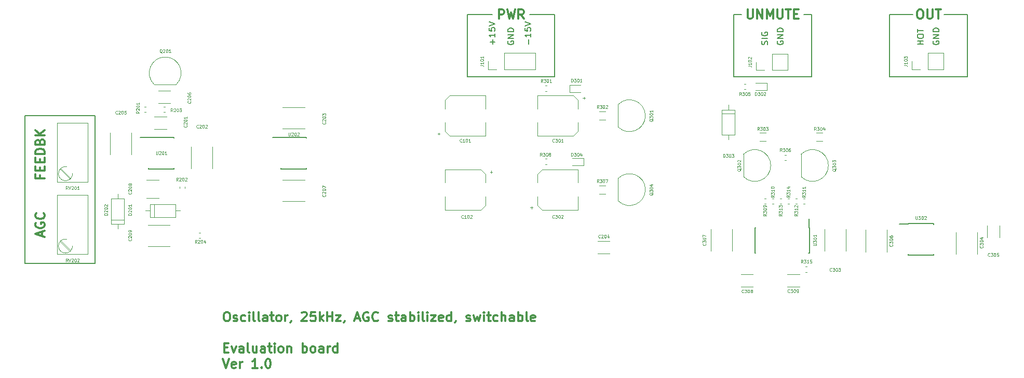
<source format=gto>
G04 #@! TF.FileFunction,Legend,Top*
%FSLAX46Y46*%
G04 Gerber Fmt 4.6, Leading zero omitted, Abs format (unit mm)*
G04 Created by KiCad (PCBNEW 4.0.6-e0-6349~53~ubuntu14.04.1) date Thu Jul  6 11:00:55 2017*
%MOMM*%
%LPD*%
G01*
G04 APERTURE LIST*
%ADD10C,0.100000*%
%ADD11C,0.200000*%
%ADD12C,0.300000*%
%ADD13C,0.120000*%
%ADD14C,0.150000*%
G04 APERTURE END LIST*
D10*
D11*
X152400000Y-81280000D02*
X138176000Y-81280000D01*
X152400000Y-71120000D02*
X152400000Y-81280000D01*
X148336000Y-71120000D02*
X152400000Y-71120000D01*
X138176000Y-71120000D02*
X142240000Y-71120000D01*
X138176000Y-81280000D02*
X138176000Y-71120000D01*
D12*
X143288000Y-71798571D02*
X143288000Y-70298571D01*
X143859428Y-70298571D01*
X144002286Y-70370000D01*
X144073714Y-70441429D01*
X144145143Y-70584286D01*
X144145143Y-70798571D01*
X144073714Y-70941429D01*
X144002286Y-71012857D01*
X143859428Y-71084286D01*
X143288000Y-71084286D01*
X144645143Y-70298571D02*
X145002286Y-71798571D01*
X145288000Y-70727143D01*
X145573714Y-71798571D01*
X145930857Y-70298571D01*
X147359429Y-71798571D02*
X146859429Y-71084286D01*
X146502286Y-71798571D02*
X146502286Y-70298571D01*
X147073714Y-70298571D01*
X147216572Y-70370000D01*
X147288000Y-70441429D01*
X147359429Y-70584286D01*
X147359429Y-70798571D01*
X147288000Y-70941429D01*
X147216572Y-71012857D01*
X147073714Y-71084286D01*
X146502286Y-71084286D01*
D11*
X144788000Y-75438095D02*
X144740381Y-75533333D01*
X144740381Y-75676190D01*
X144788000Y-75819048D01*
X144883238Y-75914286D01*
X144978476Y-75961905D01*
X145168952Y-76009524D01*
X145311810Y-76009524D01*
X145502286Y-75961905D01*
X145597524Y-75914286D01*
X145692762Y-75819048D01*
X145740381Y-75676190D01*
X145740381Y-75580952D01*
X145692762Y-75438095D01*
X145645143Y-75390476D01*
X145311810Y-75390476D01*
X145311810Y-75580952D01*
X145740381Y-74961905D02*
X144740381Y-74961905D01*
X145740381Y-74390476D01*
X144740381Y-74390476D01*
X145740381Y-73914286D02*
X144740381Y-73914286D01*
X144740381Y-73676191D01*
X144788000Y-73533333D01*
X144883238Y-73438095D01*
X144978476Y-73390476D01*
X145168952Y-73342857D01*
X145311810Y-73342857D01*
X145502286Y-73390476D01*
X145597524Y-73438095D01*
X145692762Y-73533333D01*
X145740381Y-73676191D01*
X145740381Y-73914286D01*
X148153429Y-75961905D02*
X148153429Y-75200000D01*
X148534381Y-74200000D02*
X148534381Y-74771429D01*
X148534381Y-74485715D02*
X147534381Y-74485715D01*
X147677238Y-74580953D01*
X147772476Y-74676191D01*
X147820095Y-74771429D01*
X147534381Y-73295238D02*
X147534381Y-73771429D01*
X148010571Y-73819048D01*
X147962952Y-73771429D01*
X147915333Y-73676191D01*
X147915333Y-73438095D01*
X147962952Y-73342857D01*
X148010571Y-73295238D01*
X148105810Y-73247619D01*
X148343905Y-73247619D01*
X148439143Y-73295238D01*
X148486762Y-73342857D01*
X148534381Y-73438095D01*
X148534381Y-73676191D01*
X148486762Y-73771429D01*
X148439143Y-73819048D01*
X147534381Y-72961905D02*
X148534381Y-72628572D01*
X147534381Y-72295238D01*
X142311429Y-75961905D02*
X142311429Y-75200000D01*
X142692381Y-75580952D02*
X141930476Y-75580952D01*
X142692381Y-74200000D02*
X142692381Y-74771429D01*
X142692381Y-74485715D02*
X141692381Y-74485715D01*
X141835238Y-74580953D01*
X141930476Y-74676191D01*
X141978095Y-74771429D01*
X141692381Y-73295238D02*
X141692381Y-73771429D01*
X142168571Y-73819048D01*
X142120952Y-73771429D01*
X142073333Y-73676191D01*
X142073333Y-73438095D01*
X142120952Y-73342857D01*
X142168571Y-73295238D01*
X142263810Y-73247619D01*
X142501905Y-73247619D01*
X142597143Y-73295238D01*
X142644762Y-73342857D01*
X142692381Y-73438095D01*
X142692381Y-73676191D01*
X142644762Y-73771429D01*
X142597143Y-73819048D01*
X141692381Y-72961905D02*
X142692381Y-72628572D01*
X141692381Y-72295238D01*
D12*
X98813857Y-119686571D02*
X99099571Y-119686571D01*
X99242429Y-119758000D01*
X99385286Y-119900857D01*
X99456714Y-120186571D01*
X99456714Y-120686571D01*
X99385286Y-120972286D01*
X99242429Y-121115143D01*
X99099571Y-121186571D01*
X98813857Y-121186571D01*
X98671000Y-121115143D01*
X98528143Y-120972286D01*
X98456714Y-120686571D01*
X98456714Y-120186571D01*
X98528143Y-119900857D01*
X98671000Y-119758000D01*
X98813857Y-119686571D01*
X100028143Y-121115143D02*
X100171000Y-121186571D01*
X100456715Y-121186571D01*
X100599572Y-121115143D01*
X100671000Y-120972286D01*
X100671000Y-120900857D01*
X100599572Y-120758000D01*
X100456715Y-120686571D01*
X100242429Y-120686571D01*
X100099572Y-120615143D01*
X100028143Y-120472286D01*
X100028143Y-120400857D01*
X100099572Y-120258000D01*
X100242429Y-120186571D01*
X100456715Y-120186571D01*
X100599572Y-120258000D01*
X101956715Y-121115143D02*
X101813858Y-121186571D01*
X101528144Y-121186571D01*
X101385286Y-121115143D01*
X101313858Y-121043714D01*
X101242429Y-120900857D01*
X101242429Y-120472286D01*
X101313858Y-120329429D01*
X101385286Y-120258000D01*
X101528144Y-120186571D01*
X101813858Y-120186571D01*
X101956715Y-120258000D01*
X102599572Y-121186571D02*
X102599572Y-120186571D01*
X102599572Y-119686571D02*
X102528143Y-119758000D01*
X102599572Y-119829429D01*
X102671000Y-119758000D01*
X102599572Y-119686571D01*
X102599572Y-119829429D01*
X103528144Y-121186571D02*
X103385286Y-121115143D01*
X103313858Y-120972286D01*
X103313858Y-119686571D01*
X104313858Y-121186571D02*
X104171000Y-121115143D01*
X104099572Y-120972286D01*
X104099572Y-119686571D01*
X105528143Y-121186571D02*
X105528143Y-120400857D01*
X105456714Y-120258000D01*
X105313857Y-120186571D01*
X105028143Y-120186571D01*
X104885286Y-120258000D01*
X105528143Y-121115143D02*
X105385286Y-121186571D01*
X105028143Y-121186571D01*
X104885286Y-121115143D01*
X104813857Y-120972286D01*
X104813857Y-120829429D01*
X104885286Y-120686571D01*
X105028143Y-120615143D01*
X105385286Y-120615143D01*
X105528143Y-120543714D01*
X106028143Y-120186571D02*
X106599572Y-120186571D01*
X106242429Y-119686571D02*
X106242429Y-120972286D01*
X106313857Y-121115143D01*
X106456715Y-121186571D01*
X106599572Y-121186571D01*
X107313858Y-121186571D02*
X107171000Y-121115143D01*
X107099572Y-121043714D01*
X107028143Y-120900857D01*
X107028143Y-120472286D01*
X107099572Y-120329429D01*
X107171000Y-120258000D01*
X107313858Y-120186571D01*
X107528143Y-120186571D01*
X107671000Y-120258000D01*
X107742429Y-120329429D01*
X107813858Y-120472286D01*
X107813858Y-120900857D01*
X107742429Y-121043714D01*
X107671000Y-121115143D01*
X107528143Y-121186571D01*
X107313858Y-121186571D01*
X108456715Y-121186571D02*
X108456715Y-120186571D01*
X108456715Y-120472286D02*
X108528143Y-120329429D01*
X108599572Y-120258000D01*
X108742429Y-120186571D01*
X108885286Y-120186571D01*
X109456714Y-121115143D02*
X109456714Y-121186571D01*
X109385286Y-121329429D01*
X109313857Y-121400857D01*
X111171000Y-119829429D02*
X111242429Y-119758000D01*
X111385286Y-119686571D01*
X111742429Y-119686571D01*
X111885286Y-119758000D01*
X111956715Y-119829429D01*
X112028143Y-119972286D01*
X112028143Y-120115143D01*
X111956715Y-120329429D01*
X111099572Y-121186571D01*
X112028143Y-121186571D01*
X113385286Y-119686571D02*
X112671000Y-119686571D01*
X112599571Y-120400857D01*
X112671000Y-120329429D01*
X112813857Y-120258000D01*
X113171000Y-120258000D01*
X113313857Y-120329429D01*
X113385286Y-120400857D01*
X113456714Y-120543714D01*
X113456714Y-120900857D01*
X113385286Y-121043714D01*
X113313857Y-121115143D01*
X113171000Y-121186571D01*
X112813857Y-121186571D01*
X112671000Y-121115143D01*
X112599571Y-121043714D01*
X114099571Y-121186571D02*
X114099571Y-119686571D01*
X114242428Y-120615143D02*
X114670999Y-121186571D01*
X114670999Y-120186571D02*
X114099571Y-120758000D01*
X115313857Y-121186571D02*
X115313857Y-119686571D01*
X115313857Y-120400857D02*
X116171000Y-120400857D01*
X116171000Y-121186571D02*
X116171000Y-119686571D01*
X116742429Y-120186571D02*
X117528143Y-120186571D01*
X116742429Y-121186571D01*
X117528143Y-121186571D01*
X118171000Y-121115143D02*
X118171000Y-121186571D01*
X118099572Y-121329429D01*
X118028143Y-121400857D01*
X119885286Y-120758000D02*
X120599572Y-120758000D01*
X119742429Y-121186571D02*
X120242429Y-119686571D01*
X120742429Y-121186571D01*
X122028143Y-119758000D02*
X121885286Y-119686571D01*
X121671000Y-119686571D01*
X121456715Y-119758000D01*
X121313857Y-119900857D01*
X121242429Y-120043714D01*
X121171000Y-120329429D01*
X121171000Y-120543714D01*
X121242429Y-120829429D01*
X121313857Y-120972286D01*
X121456715Y-121115143D01*
X121671000Y-121186571D01*
X121813857Y-121186571D01*
X122028143Y-121115143D01*
X122099572Y-121043714D01*
X122099572Y-120543714D01*
X121813857Y-120543714D01*
X123599572Y-121043714D02*
X123528143Y-121115143D01*
X123313857Y-121186571D01*
X123171000Y-121186571D01*
X122956715Y-121115143D01*
X122813857Y-120972286D01*
X122742429Y-120829429D01*
X122671000Y-120543714D01*
X122671000Y-120329429D01*
X122742429Y-120043714D01*
X122813857Y-119900857D01*
X122956715Y-119758000D01*
X123171000Y-119686571D01*
X123313857Y-119686571D01*
X123528143Y-119758000D01*
X123599572Y-119829429D01*
X125313857Y-121115143D02*
X125456714Y-121186571D01*
X125742429Y-121186571D01*
X125885286Y-121115143D01*
X125956714Y-120972286D01*
X125956714Y-120900857D01*
X125885286Y-120758000D01*
X125742429Y-120686571D01*
X125528143Y-120686571D01*
X125385286Y-120615143D01*
X125313857Y-120472286D01*
X125313857Y-120400857D01*
X125385286Y-120258000D01*
X125528143Y-120186571D01*
X125742429Y-120186571D01*
X125885286Y-120258000D01*
X126385286Y-120186571D02*
X126956715Y-120186571D01*
X126599572Y-119686571D02*
X126599572Y-120972286D01*
X126671000Y-121115143D01*
X126813858Y-121186571D01*
X126956715Y-121186571D01*
X128099572Y-121186571D02*
X128099572Y-120400857D01*
X128028143Y-120258000D01*
X127885286Y-120186571D01*
X127599572Y-120186571D01*
X127456715Y-120258000D01*
X128099572Y-121115143D02*
X127956715Y-121186571D01*
X127599572Y-121186571D01*
X127456715Y-121115143D01*
X127385286Y-120972286D01*
X127385286Y-120829429D01*
X127456715Y-120686571D01*
X127599572Y-120615143D01*
X127956715Y-120615143D01*
X128099572Y-120543714D01*
X128813858Y-121186571D02*
X128813858Y-119686571D01*
X128813858Y-120258000D02*
X128956715Y-120186571D01*
X129242429Y-120186571D01*
X129385286Y-120258000D01*
X129456715Y-120329429D01*
X129528144Y-120472286D01*
X129528144Y-120900857D01*
X129456715Y-121043714D01*
X129385286Y-121115143D01*
X129242429Y-121186571D01*
X128956715Y-121186571D01*
X128813858Y-121115143D01*
X130171001Y-121186571D02*
X130171001Y-120186571D01*
X130171001Y-119686571D02*
X130099572Y-119758000D01*
X130171001Y-119829429D01*
X130242429Y-119758000D01*
X130171001Y-119686571D01*
X130171001Y-119829429D01*
X131099573Y-121186571D02*
X130956715Y-121115143D01*
X130885287Y-120972286D01*
X130885287Y-119686571D01*
X131671001Y-121186571D02*
X131671001Y-120186571D01*
X131671001Y-119686571D02*
X131599572Y-119758000D01*
X131671001Y-119829429D01*
X131742429Y-119758000D01*
X131671001Y-119686571D01*
X131671001Y-119829429D01*
X132242430Y-120186571D02*
X133028144Y-120186571D01*
X132242430Y-121186571D01*
X133028144Y-121186571D01*
X134171001Y-121115143D02*
X134028144Y-121186571D01*
X133742430Y-121186571D01*
X133599573Y-121115143D01*
X133528144Y-120972286D01*
X133528144Y-120400857D01*
X133599573Y-120258000D01*
X133742430Y-120186571D01*
X134028144Y-120186571D01*
X134171001Y-120258000D01*
X134242430Y-120400857D01*
X134242430Y-120543714D01*
X133528144Y-120686571D01*
X135528144Y-121186571D02*
X135528144Y-119686571D01*
X135528144Y-121115143D02*
X135385287Y-121186571D01*
X135099573Y-121186571D01*
X134956715Y-121115143D01*
X134885287Y-121043714D01*
X134813858Y-120900857D01*
X134813858Y-120472286D01*
X134885287Y-120329429D01*
X134956715Y-120258000D01*
X135099573Y-120186571D01*
X135385287Y-120186571D01*
X135528144Y-120258000D01*
X136313858Y-121115143D02*
X136313858Y-121186571D01*
X136242430Y-121329429D01*
X136171001Y-121400857D01*
X138028144Y-121115143D02*
X138171001Y-121186571D01*
X138456716Y-121186571D01*
X138599573Y-121115143D01*
X138671001Y-120972286D01*
X138671001Y-120900857D01*
X138599573Y-120758000D01*
X138456716Y-120686571D01*
X138242430Y-120686571D01*
X138099573Y-120615143D01*
X138028144Y-120472286D01*
X138028144Y-120400857D01*
X138099573Y-120258000D01*
X138242430Y-120186571D01*
X138456716Y-120186571D01*
X138599573Y-120258000D01*
X139171002Y-120186571D02*
X139456716Y-121186571D01*
X139742430Y-120472286D01*
X140028145Y-121186571D01*
X140313859Y-120186571D01*
X140885288Y-121186571D02*
X140885288Y-120186571D01*
X140885288Y-119686571D02*
X140813859Y-119758000D01*
X140885288Y-119829429D01*
X140956716Y-119758000D01*
X140885288Y-119686571D01*
X140885288Y-119829429D01*
X141385288Y-120186571D02*
X141956717Y-120186571D01*
X141599574Y-119686571D02*
X141599574Y-120972286D01*
X141671002Y-121115143D01*
X141813860Y-121186571D01*
X141956717Y-121186571D01*
X143099574Y-121115143D02*
X142956717Y-121186571D01*
X142671003Y-121186571D01*
X142528145Y-121115143D01*
X142456717Y-121043714D01*
X142385288Y-120900857D01*
X142385288Y-120472286D01*
X142456717Y-120329429D01*
X142528145Y-120258000D01*
X142671003Y-120186571D01*
X142956717Y-120186571D01*
X143099574Y-120258000D01*
X143742431Y-121186571D02*
X143742431Y-119686571D01*
X144385288Y-121186571D02*
X144385288Y-120400857D01*
X144313859Y-120258000D01*
X144171002Y-120186571D01*
X143956717Y-120186571D01*
X143813859Y-120258000D01*
X143742431Y-120329429D01*
X145742431Y-121186571D02*
X145742431Y-120400857D01*
X145671002Y-120258000D01*
X145528145Y-120186571D01*
X145242431Y-120186571D01*
X145099574Y-120258000D01*
X145742431Y-121115143D02*
X145599574Y-121186571D01*
X145242431Y-121186571D01*
X145099574Y-121115143D01*
X145028145Y-120972286D01*
X145028145Y-120829429D01*
X145099574Y-120686571D01*
X145242431Y-120615143D01*
X145599574Y-120615143D01*
X145742431Y-120543714D01*
X146456717Y-121186571D02*
X146456717Y-119686571D01*
X146456717Y-120258000D02*
X146599574Y-120186571D01*
X146885288Y-120186571D01*
X147028145Y-120258000D01*
X147099574Y-120329429D01*
X147171003Y-120472286D01*
X147171003Y-120900857D01*
X147099574Y-121043714D01*
X147028145Y-121115143D01*
X146885288Y-121186571D01*
X146599574Y-121186571D01*
X146456717Y-121115143D01*
X148028146Y-121186571D02*
X147885288Y-121115143D01*
X147813860Y-120972286D01*
X147813860Y-119686571D01*
X149171002Y-121115143D02*
X149028145Y-121186571D01*
X148742431Y-121186571D01*
X148599574Y-121115143D01*
X148528145Y-120972286D01*
X148528145Y-120400857D01*
X148599574Y-120258000D01*
X148742431Y-120186571D01*
X149028145Y-120186571D01*
X149171002Y-120258000D01*
X149242431Y-120400857D01*
X149242431Y-120543714D01*
X148528145Y-120686571D01*
X98528143Y-125500857D02*
X99028143Y-125500857D01*
X99242429Y-126286571D02*
X98528143Y-126286571D01*
X98528143Y-124786571D01*
X99242429Y-124786571D01*
X99742429Y-125286571D02*
X100099572Y-126286571D01*
X100456714Y-125286571D01*
X101671000Y-126286571D02*
X101671000Y-125500857D01*
X101599571Y-125358000D01*
X101456714Y-125286571D01*
X101171000Y-125286571D01*
X101028143Y-125358000D01*
X101671000Y-126215143D02*
X101528143Y-126286571D01*
X101171000Y-126286571D01*
X101028143Y-126215143D01*
X100956714Y-126072286D01*
X100956714Y-125929429D01*
X101028143Y-125786571D01*
X101171000Y-125715143D01*
X101528143Y-125715143D01*
X101671000Y-125643714D01*
X102599572Y-126286571D02*
X102456714Y-126215143D01*
X102385286Y-126072286D01*
X102385286Y-124786571D01*
X103813857Y-125286571D02*
X103813857Y-126286571D01*
X103171000Y-125286571D02*
X103171000Y-126072286D01*
X103242428Y-126215143D01*
X103385286Y-126286571D01*
X103599571Y-126286571D01*
X103742428Y-126215143D01*
X103813857Y-126143714D01*
X105171000Y-126286571D02*
X105171000Y-125500857D01*
X105099571Y-125358000D01*
X104956714Y-125286571D01*
X104671000Y-125286571D01*
X104528143Y-125358000D01*
X105171000Y-126215143D02*
X105028143Y-126286571D01*
X104671000Y-126286571D01*
X104528143Y-126215143D01*
X104456714Y-126072286D01*
X104456714Y-125929429D01*
X104528143Y-125786571D01*
X104671000Y-125715143D01*
X105028143Y-125715143D01*
X105171000Y-125643714D01*
X105671000Y-125286571D02*
X106242429Y-125286571D01*
X105885286Y-124786571D02*
X105885286Y-126072286D01*
X105956714Y-126215143D01*
X106099572Y-126286571D01*
X106242429Y-126286571D01*
X106742429Y-126286571D02*
X106742429Y-125286571D01*
X106742429Y-124786571D02*
X106671000Y-124858000D01*
X106742429Y-124929429D01*
X106813857Y-124858000D01*
X106742429Y-124786571D01*
X106742429Y-124929429D01*
X107671001Y-126286571D02*
X107528143Y-126215143D01*
X107456715Y-126143714D01*
X107385286Y-126000857D01*
X107385286Y-125572286D01*
X107456715Y-125429429D01*
X107528143Y-125358000D01*
X107671001Y-125286571D01*
X107885286Y-125286571D01*
X108028143Y-125358000D01*
X108099572Y-125429429D01*
X108171001Y-125572286D01*
X108171001Y-126000857D01*
X108099572Y-126143714D01*
X108028143Y-126215143D01*
X107885286Y-126286571D01*
X107671001Y-126286571D01*
X108813858Y-125286571D02*
X108813858Y-126286571D01*
X108813858Y-125429429D02*
X108885286Y-125358000D01*
X109028144Y-125286571D01*
X109242429Y-125286571D01*
X109385286Y-125358000D01*
X109456715Y-125500857D01*
X109456715Y-126286571D01*
X111313858Y-126286571D02*
X111313858Y-124786571D01*
X111313858Y-125358000D02*
X111456715Y-125286571D01*
X111742429Y-125286571D01*
X111885286Y-125358000D01*
X111956715Y-125429429D01*
X112028144Y-125572286D01*
X112028144Y-126000857D01*
X111956715Y-126143714D01*
X111885286Y-126215143D01*
X111742429Y-126286571D01*
X111456715Y-126286571D01*
X111313858Y-126215143D01*
X112885287Y-126286571D02*
X112742429Y-126215143D01*
X112671001Y-126143714D01*
X112599572Y-126000857D01*
X112599572Y-125572286D01*
X112671001Y-125429429D01*
X112742429Y-125358000D01*
X112885287Y-125286571D01*
X113099572Y-125286571D01*
X113242429Y-125358000D01*
X113313858Y-125429429D01*
X113385287Y-125572286D01*
X113385287Y-126000857D01*
X113313858Y-126143714D01*
X113242429Y-126215143D01*
X113099572Y-126286571D01*
X112885287Y-126286571D01*
X114671001Y-126286571D02*
X114671001Y-125500857D01*
X114599572Y-125358000D01*
X114456715Y-125286571D01*
X114171001Y-125286571D01*
X114028144Y-125358000D01*
X114671001Y-126215143D02*
X114528144Y-126286571D01*
X114171001Y-126286571D01*
X114028144Y-126215143D01*
X113956715Y-126072286D01*
X113956715Y-125929429D01*
X114028144Y-125786571D01*
X114171001Y-125715143D01*
X114528144Y-125715143D01*
X114671001Y-125643714D01*
X115385287Y-126286571D02*
X115385287Y-125286571D01*
X115385287Y-125572286D02*
X115456715Y-125429429D01*
X115528144Y-125358000D01*
X115671001Y-125286571D01*
X115813858Y-125286571D01*
X116956715Y-126286571D02*
X116956715Y-124786571D01*
X116956715Y-126215143D02*
X116813858Y-126286571D01*
X116528144Y-126286571D01*
X116385286Y-126215143D01*
X116313858Y-126143714D01*
X116242429Y-126000857D01*
X116242429Y-125572286D01*
X116313858Y-125429429D01*
X116385286Y-125358000D01*
X116528144Y-125286571D01*
X116813858Y-125286571D01*
X116956715Y-125358000D01*
X98313857Y-127336571D02*
X98813857Y-128836571D01*
X99313857Y-127336571D01*
X100385285Y-128765143D02*
X100242428Y-128836571D01*
X99956714Y-128836571D01*
X99813857Y-128765143D01*
X99742428Y-128622286D01*
X99742428Y-128050857D01*
X99813857Y-127908000D01*
X99956714Y-127836571D01*
X100242428Y-127836571D01*
X100385285Y-127908000D01*
X100456714Y-128050857D01*
X100456714Y-128193714D01*
X99742428Y-128336571D01*
X101099571Y-128836571D02*
X101099571Y-127836571D01*
X101099571Y-128122286D02*
X101170999Y-127979429D01*
X101242428Y-127908000D01*
X101385285Y-127836571D01*
X101528142Y-127836571D01*
X103956713Y-128836571D02*
X103099570Y-128836571D01*
X103528142Y-128836571D02*
X103528142Y-127336571D01*
X103385285Y-127550857D01*
X103242427Y-127693714D01*
X103099570Y-127765143D01*
X104599570Y-128693714D02*
X104670998Y-128765143D01*
X104599570Y-128836571D01*
X104528141Y-128765143D01*
X104599570Y-128693714D01*
X104599570Y-128836571D01*
X105599570Y-127336571D02*
X105742427Y-127336571D01*
X105885284Y-127408000D01*
X105956713Y-127479429D01*
X106028142Y-127622286D01*
X106099570Y-127908000D01*
X106099570Y-128265143D01*
X106028142Y-128550857D01*
X105956713Y-128693714D01*
X105885284Y-128765143D01*
X105742427Y-128836571D01*
X105599570Y-128836571D01*
X105456713Y-128765143D01*
X105385284Y-128693714D01*
X105313856Y-128550857D01*
X105242427Y-128265143D01*
X105242427Y-127908000D01*
X105313856Y-127622286D01*
X105385284Y-127479429D01*
X105456713Y-127408000D01*
X105599570Y-127336571D01*
D11*
X214130000Y-75438095D02*
X214082381Y-75533333D01*
X214082381Y-75676190D01*
X214130000Y-75819048D01*
X214225238Y-75914286D01*
X214320476Y-75961905D01*
X214510952Y-76009524D01*
X214653810Y-76009524D01*
X214844286Y-75961905D01*
X214939524Y-75914286D01*
X215034762Y-75819048D01*
X215082381Y-75676190D01*
X215082381Y-75580952D01*
X215034762Y-75438095D01*
X214987143Y-75390476D01*
X214653810Y-75390476D01*
X214653810Y-75580952D01*
X215082381Y-74961905D02*
X214082381Y-74961905D01*
X215082381Y-74390476D01*
X214082381Y-74390476D01*
X215082381Y-73914286D02*
X214082381Y-73914286D01*
X214082381Y-73676191D01*
X214130000Y-73533333D01*
X214225238Y-73438095D01*
X214320476Y-73390476D01*
X214510952Y-73342857D01*
X214653810Y-73342857D01*
X214844286Y-73390476D01*
X214939524Y-73438095D01*
X215034762Y-73533333D01*
X215082381Y-73676191D01*
X215082381Y-73914286D01*
X212542381Y-75961905D02*
X211542381Y-75961905D01*
X212018571Y-75961905D02*
X212018571Y-75390476D01*
X212542381Y-75390476D02*
X211542381Y-75390476D01*
X211542381Y-74723810D02*
X211542381Y-74533333D01*
X211590000Y-74438095D01*
X211685238Y-74342857D01*
X211875714Y-74295238D01*
X212209048Y-74295238D01*
X212399524Y-74342857D01*
X212494762Y-74438095D01*
X212542381Y-74533333D01*
X212542381Y-74723810D01*
X212494762Y-74819048D01*
X212399524Y-74914286D01*
X212209048Y-74961905D01*
X211875714Y-74961905D01*
X211685238Y-74914286D01*
X211590000Y-74819048D01*
X211542381Y-74723810D01*
X211542381Y-74009524D02*
X211542381Y-73438095D01*
X212542381Y-73723810D02*
X211542381Y-73723810D01*
X207010000Y-71120000D02*
X210820000Y-71120000D01*
X207010000Y-81280000D02*
X207010000Y-71120000D01*
X219710000Y-81280000D02*
X207010000Y-81280000D01*
X181610000Y-71120000D02*
X182880000Y-71120000D01*
X181610000Y-81280000D02*
X181610000Y-71120000D01*
X194310000Y-81280000D02*
X181610000Y-81280000D01*
X219710000Y-71120000D02*
X219710000Y-81280000D01*
X215900000Y-71120000D02*
X219710000Y-71120000D01*
D12*
X211860000Y-70298571D02*
X212145714Y-70298571D01*
X212288572Y-70370000D01*
X212431429Y-70512857D01*
X212502857Y-70798571D01*
X212502857Y-71298571D01*
X212431429Y-71584286D01*
X212288572Y-71727143D01*
X212145714Y-71798571D01*
X211860000Y-71798571D01*
X211717143Y-71727143D01*
X211574286Y-71584286D01*
X211502857Y-71298571D01*
X211502857Y-70798571D01*
X211574286Y-70512857D01*
X211717143Y-70370000D01*
X211860000Y-70298571D01*
X213145715Y-70298571D02*
X213145715Y-71512857D01*
X213217143Y-71655714D01*
X213288572Y-71727143D01*
X213431429Y-71798571D01*
X213717143Y-71798571D01*
X213860001Y-71727143D01*
X213931429Y-71655714D01*
X214002858Y-71512857D01*
X214002858Y-70298571D01*
X214502858Y-70298571D02*
X215360001Y-70298571D01*
X214931430Y-71798571D02*
X214931430Y-70298571D01*
D11*
X194310000Y-71120000D02*
X194310000Y-81280000D01*
X193040000Y-71120000D02*
X194310000Y-71120000D01*
D12*
X183852857Y-70298571D02*
X183852857Y-71512857D01*
X183924285Y-71655714D01*
X183995714Y-71727143D01*
X184138571Y-71798571D01*
X184424285Y-71798571D01*
X184567143Y-71727143D01*
X184638571Y-71655714D01*
X184710000Y-71512857D01*
X184710000Y-70298571D01*
X185424286Y-71798571D02*
X185424286Y-70298571D01*
X186281429Y-71798571D01*
X186281429Y-70298571D01*
X186995715Y-71798571D02*
X186995715Y-70298571D01*
X187495715Y-71370000D01*
X187995715Y-70298571D01*
X187995715Y-71798571D01*
X188710001Y-70298571D02*
X188710001Y-71512857D01*
X188781429Y-71655714D01*
X188852858Y-71727143D01*
X188995715Y-71798571D01*
X189281429Y-71798571D01*
X189424287Y-71727143D01*
X189495715Y-71655714D01*
X189567144Y-71512857D01*
X189567144Y-70298571D01*
X190067144Y-70298571D02*
X190924287Y-70298571D01*
X190495716Y-71798571D02*
X190495716Y-70298571D01*
X191424287Y-71012857D02*
X191924287Y-71012857D01*
X192138573Y-71798571D02*
X191424287Y-71798571D01*
X191424287Y-70298571D01*
X192138573Y-70298571D01*
D11*
X188730000Y-75438095D02*
X188682381Y-75533333D01*
X188682381Y-75676190D01*
X188730000Y-75819048D01*
X188825238Y-75914286D01*
X188920476Y-75961905D01*
X189110952Y-76009524D01*
X189253810Y-76009524D01*
X189444286Y-75961905D01*
X189539524Y-75914286D01*
X189634762Y-75819048D01*
X189682381Y-75676190D01*
X189682381Y-75580952D01*
X189634762Y-75438095D01*
X189587143Y-75390476D01*
X189253810Y-75390476D01*
X189253810Y-75580952D01*
X189682381Y-74961905D02*
X188682381Y-74961905D01*
X189682381Y-74390476D01*
X188682381Y-74390476D01*
X189682381Y-73914286D02*
X188682381Y-73914286D01*
X188682381Y-73676191D01*
X188730000Y-73533333D01*
X188825238Y-73438095D01*
X188920476Y-73390476D01*
X189110952Y-73342857D01*
X189253810Y-73342857D01*
X189444286Y-73390476D01*
X189539524Y-73438095D01*
X189634762Y-73533333D01*
X189682381Y-73676191D01*
X189682381Y-73914286D01*
X187094762Y-76009524D02*
X187142381Y-75866667D01*
X187142381Y-75628571D01*
X187094762Y-75533333D01*
X187047143Y-75485714D01*
X186951905Y-75438095D01*
X186856667Y-75438095D01*
X186761429Y-75485714D01*
X186713810Y-75533333D01*
X186666190Y-75628571D01*
X186618571Y-75819048D01*
X186570952Y-75914286D01*
X186523333Y-75961905D01*
X186428095Y-76009524D01*
X186332857Y-76009524D01*
X186237619Y-75961905D01*
X186190000Y-75914286D01*
X186142381Y-75819048D01*
X186142381Y-75580952D01*
X186190000Y-75438095D01*
X187142381Y-75009524D02*
X186142381Y-75009524D01*
X186190000Y-74009524D02*
X186142381Y-74104762D01*
X186142381Y-74247619D01*
X186190000Y-74390477D01*
X186285238Y-74485715D01*
X186380476Y-74533334D01*
X186570952Y-74580953D01*
X186713810Y-74580953D01*
X186904286Y-74533334D01*
X186999524Y-74485715D01*
X187094762Y-74390477D01*
X187142381Y-74247619D01*
X187142381Y-74152381D01*
X187094762Y-74009524D01*
X187047143Y-73961905D01*
X186713810Y-73961905D01*
X186713810Y-74152381D01*
X66040000Y-111760000D02*
X66040000Y-87630000D01*
X77470000Y-111760000D02*
X66040000Y-111760000D01*
X77470000Y-87630000D02*
X77470000Y-111760000D01*
X66040000Y-87630000D02*
X77470000Y-87630000D01*
D12*
X68830000Y-107267143D02*
X68830000Y-106552857D01*
X69258571Y-107410000D02*
X67758571Y-106910000D01*
X69258571Y-106410000D01*
X67830000Y-105124286D02*
X67758571Y-105267143D01*
X67758571Y-105481429D01*
X67830000Y-105695714D01*
X67972857Y-105838572D01*
X68115714Y-105910000D01*
X68401429Y-105981429D01*
X68615714Y-105981429D01*
X68901429Y-105910000D01*
X69044286Y-105838572D01*
X69187143Y-105695714D01*
X69258571Y-105481429D01*
X69258571Y-105338572D01*
X69187143Y-105124286D01*
X69115714Y-105052857D01*
X68615714Y-105052857D01*
X68615714Y-105338572D01*
X69115714Y-103552857D02*
X69187143Y-103624286D01*
X69258571Y-103838572D01*
X69258571Y-103981429D01*
X69187143Y-104195714D01*
X69044286Y-104338572D01*
X68901429Y-104410000D01*
X68615714Y-104481429D01*
X68401429Y-104481429D01*
X68115714Y-104410000D01*
X67972857Y-104338572D01*
X67830000Y-104195714D01*
X67758571Y-103981429D01*
X67758571Y-103838572D01*
X67830000Y-103624286D01*
X67901429Y-103552857D01*
X68472857Y-97372857D02*
X68472857Y-97872857D01*
X69258571Y-97872857D02*
X67758571Y-97872857D01*
X67758571Y-97158571D01*
X68472857Y-96587143D02*
X68472857Y-96087143D01*
X69258571Y-95872857D02*
X69258571Y-96587143D01*
X67758571Y-96587143D01*
X67758571Y-95872857D01*
X68472857Y-95230000D02*
X68472857Y-94730000D01*
X69258571Y-94515714D02*
X69258571Y-95230000D01*
X67758571Y-95230000D01*
X67758571Y-94515714D01*
X69258571Y-93872857D02*
X67758571Y-93872857D01*
X67758571Y-93515714D01*
X67830000Y-93301429D01*
X67972857Y-93158571D01*
X68115714Y-93087143D01*
X68401429Y-93015714D01*
X68615714Y-93015714D01*
X68901429Y-93087143D01*
X69044286Y-93158571D01*
X69187143Y-93301429D01*
X69258571Y-93515714D01*
X69258571Y-93872857D01*
X68472857Y-91872857D02*
X68544286Y-91658571D01*
X68615714Y-91587143D01*
X68758571Y-91515714D01*
X68972857Y-91515714D01*
X69115714Y-91587143D01*
X69187143Y-91658571D01*
X69258571Y-91801429D01*
X69258571Y-92372857D01*
X67758571Y-92372857D01*
X67758571Y-91872857D01*
X67830000Y-91730000D01*
X67901429Y-91658571D01*
X68044286Y-91587143D01*
X68187143Y-91587143D01*
X68330000Y-91658571D01*
X68401429Y-91730000D01*
X68472857Y-91872857D01*
X68472857Y-92372857D01*
X69258571Y-90872857D02*
X67758571Y-90872857D01*
X69258571Y-90015714D02*
X68401429Y-90658571D01*
X67758571Y-90015714D02*
X68615714Y-90872857D01*
D13*
X134495000Y-90170000D02*
X134495000Y-88750000D01*
X141095000Y-90930000D02*
X141095000Y-88750000D01*
X141095000Y-84330000D02*
X141095000Y-86510000D01*
X134495000Y-85090000D02*
X134495000Y-86510000D01*
X141095000Y-90930000D02*
X135255000Y-90930000D01*
X135255000Y-90930000D02*
X134495000Y-90170000D01*
X134495000Y-85090000D02*
X135255000Y-84330000D01*
X135255000Y-84330000D02*
X141095000Y-84330000D01*
X141095000Y-97155000D02*
X141095000Y-98575000D01*
X134495000Y-96395000D02*
X134495000Y-98575000D01*
X134495000Y-102995000D02*
X134495000Y-100815000D01*
X141095000Y-102235000D02*
X141095000Y-100815000D01*
X134495000Y-96395000D02*
X140335000Y-96395000D01*
X140335000Y-96395000D02*
X141095000Y-97155000D01*
X141095000Y-102235000D02*
X140335000Y-102995000D01*
X140335000Y-102995000D02*
X134495000Y-102995000D01*
X87138000Y-89793000D02*
X89138000Y-89793000D01*
X89138000Y-87753000D02*
X87138000Y-87753000D01*
X96599000Y-96288000D02*
X96599000Y-92688000D01*
X93139000Y-92688000D02*
X93139000Y-96288000D01*
X108055000Y-89741000D02*
X111655000Y-89741000D01*
X111655000Y-86281000D02*
X108055000Y-86281000D01*
X161401000Y-108073000D02*
X159401000Y-108073000D01*
X159401000Y-110113000D02*
X161401000Y-110113000D01*
X79931000Y-90402000D02*
X79931000Y-94002000D01*
X83391000Y-94002000D02*
X83391000Y-90402000D01*
X89773000Y-83562000D02*
X87773000Y-83562000D01*
X87773000Y-85602000D02*
X89773000Y-85602000D01*
X111655000Y-98092000D02*
X108055000Y-98092000D01*
X108055000Y-101552000D02*
X111655000Y-101552000D01*
X85868000Y-101048000D02*
X87868000Y-101048000D01*
X87868000Y-98088000D02*
X85868000Y-98088000D01*
X86084000Y-108918000D02*
X89684000Y-108918000D01*
X89684000Y-105458000D02*
X86084000Y-105458000D01*
X156208000Y-85090000D02*
X156208000Y-86510000D01*
X149608000Y-84330000D02*
X149608000Y-86510000D01*
X149608000Y-90930000D02*
X149608000Y-88750000D01*
X156208000Y-90170000D02*
X156208000Y-88750000D01*
X149608000Y-84330000D02*
X155448000Y-84330000D01*
X155448000Y-84330000D02*
X156208000Y-85090000D01*
X156208000Y-90170000D02*
X155448000Y-90930000D01*
X155448000Y-90930000D02*
X149608000Y-90930000D01*
X149608000Y-102235000D02*
X149608000Y-100815000D01*
X156208000Y-102995000D02*
X156208000Y-100815000D01*
X156208000Y-96395000D02*
X156208000Y-98575000D01*
X149608000Y-97155000D02*
X149608000Y-98575000D01*
X156208000Y-102995000D02*
X150368000Y-102995000D01*
X150368000Y-102995000D02*
X149608000Y-102235000D01*
X149608000Y-97155000D02*
X150368000Y-96395000D01*
X150368000Y-96395000D02*
X156208000Y-96395000D01*
X199850000Y-109750000D02*
X199850000Y-106150000D01*
X196390000Y-106150000D02*
X196390000Y-109750000D01*
X221313000Y-110258000D02*
X221313000Y-106658000D01*
X217853000Y-106658000D02*
X217853000Y-110258000D01*
X222881000Y-105553000D02*
X222881000Y-107553000D01*
X224921000Y-107553000D02*
X224921000Y-105553000D01*
X203121000Y-106277000D02*
X203121000Y-109877000D01*
X206581000Y-109877000D02*
X206581000Y-106277000D01*
X177848000Y-106150000D02*
X177848000Y-109750000D01*
X181308000Y-109750000D02*
X181308000Y-106150000D01*
X182769000Y-115574000D02*
X184769000Y-115574000D01*
X184769000Y-113534000D02*
X182769000Y-113534000D01*
X192325500Y-113534000D02*
X190325500Y-113534000D01*
X190325500Y-115574000D02*
X192325500Y-115574000D01*
X86459000Y-102064000D02*
X86459000Y-104184000D01*
X86459000Y-104184000D02*
X90579000Y-104184000D01*
X90579000Y-104184000D02*
X90579000Y-102064000D01*
X90579000Y-102064000D02*
X86459000Y-102064000D01*
X85689000Y-103124000D02*
X86459000Y-103124000D01*
X91349000Y-103124000D02*
X90579000Y-103124000D01*
X87119000Y-102064000D02*
X87119000Y-104184000D01*
X80093000Y-105311000D02*
X82213000Y-105311000D01*
X82213000Y-105311000D02*
X82213000Y-101191000D01*
X82213000Y-101191000D02*
X80093000Y-101191000D01*
X80093000Y-101191000D02*
X80093000Y-105311000D01*
X81153000Y-106081000D02*
X81153000Y-105311000D01*
X81153000Y-100421000D02*
X81153000Y-101191000D01*
X80093000Y-104651000D02*
X82213000Y-104651000D01*
X154806000Y-82585000D02*
X154806000Y-83785000D01*
X156656000Y-82585000D02*
X154806000Y-82585000D01*
X156656000Y-83785000D02*
X154806000Y-83785000D01*
X187014500Y-83467500D02*
X187014500Y-82267500D01*
X185164500Y-83467500D02*
X187014500Y-83467500D01*
X185164500Y-82267500D02*
X187014500Y-82267500D01*
X181781000Y-86649500D02*
X179661000Y-86649500D01*
X179661000Y-86649500D02*
X179661000Y-90769500D01*
X179661000Y-90769500D02*
X181781000Y-90769500D01*
X181781000Y-90769500D02*
X181781000Y-86649500D01*
X180721000Y-85879500D02*
X180721000Y-86649500D01*
X180721000Y-91539500D02*
X180721000Y-90769500D01*
X181781000Y-87309500D02*
X179661000Y-87309500D01*
X157106000Y-95723000D02*
X157106000Y-94523000D01*
X155256000Y-95723000D02*
X157106000Y-95723000D01*
X155256000Y-94523000D02*
X157106000Y-94523000D01*
X144145000Y-80070000D02*
X149285000Y-80070000D01*
X149285000Y-80070000D02*
X149285000Y-77410000D01*
X149285000Y-77410000D02*
X144145000Y-77410000D01*
X144145000Y-77410000D02*
X144145000Y-80070000D01*
X142875000Y-80070000D02*
X141545000Y-80070000D01*
X141545000Y-80070000D02*
X141545000Y-78740000D01*
X187833000Y-80197000D02*
X190433000Y-80197000D01*
X190433000Y-80197000D02*
X190433000Y-77537000D01*
X190433000Y-77537000D02*
X187833000Y-77537000D01*
X187833000Y-77537000D02*
X187833000Y-80197000D01*
X186563000Y-80197000D02*
X185233000Y-80197000D01*
X185233000Y-80197000D02*
X185233000Y-78867000D01*
X213233000Y-80070000D02*
X215833000Y-80070000D01*
X215833000Y-80070000D02*
X215833000Y-77410000D01*
X215833000Y-77410000D02*
X213233000Y-77410000D01*
X213233000Y-77410000D02*
X213233000Y-80070000D01*
X211963000Y-80070000D02*
X210633000Y-80070000D01*
X210633000Y-80070000D02*
X210633000Y-78740000D01*
X87100000Y-82495000D02*
X90700000Y-82495000D01*
X87061522Y-82483478D02*
G75*
G02X88900000Y-78045000I1838478J1838478D01*
G01*
X90738478Y-82483478D02*
G75*
G03X88900000Y-78045000I-1838478J1838478D01*
G01*
X162742000Y-85830000D02*
X162742000Y-89430000D01*
X162753522Y-85791522D02*
G75*
G02X167192000Y-87630000I1838478J-1838478D01*
G01*
X162753522Y-89468478D02*
G75*
G03X167192000Y-87630000I1838478J1838478D01*
G01*
X183189000Y-93958000D02*
X183189000Y-97558000D01*
X183200522Y-93919522D02*
G75*
G02X187639000Y-95758000I1838478J-1838478D01*
G01*
X183200522Y-97596478D02*
G75*
G03X187639000Y-95758000I1838478J1838478D01*
G01*
X192587000Y-93958000D02*
X192587000Y-97558000D01*
X192598522Y-93919522D02*
G75*
G02X197037000Y-95758000I1838478J-1838478D01*
G01*
X192598522Y-97596478D02*
G75*
G03X197037000Y-95758000I1838478J1838478D01*
G01*
X162742000Y-97895000D02*
X162742000Y-101495000D01*
X162753522Y-97856522D02*
G75*
G02X167192000Y-99695000I1838478J-1838478D01*
G01*
X162753522Y-101533478D02*
G75*
G03X167192000Y-99695000I1838478J1838478D01*
G01*
X85718000Y-86174000D02*
X85478000Y-86174000D01*
X85478000Y-87054000D02*
X85718000Y-87054000D01*
X92134000Y-99434000D02*
X92134000Y-99194000D01*
X91254000Y-99194000D02*
X91254000Y-99434000D01*
X88893000Y-86174000D02*
X88653000Y-86174000D01*
X88653000Y-87054000D02*
X88893000Y-87054000D01*
X94368000Y-107628000D02*
X94608000Y-107628000D01*
X94608000Y-106748000D02*
X94368000Y-106748000D01*
X151123000Y-82745000D02*
X150883000Y-82745000D01*
X150883000Y-83625000D02*
X151123000Y-83625000D01*
X160647000Y-88310000D02*
X159647000Y-88310000D01*
X159647000Y-86950000D02*
X160647000Y-86950000D01*
X185809000Y-90379000D02*
X186809000Y-90379000D01*
X186809000Y-91739000D02*
X185809000Y-91739000D01*
X195080000Y-90379000D02*
X196080000Y-90379000D01*
X196080000Y-91739000D02*
X195080000Y-91739000D01*
X183268000Y-83307500D02*
X183508000Y-83307500D01*
X183508000Y-82427500D02*
X183268000Y-82427500D01*
X190112000Y-94048000D02*
X189872000Y-94048000D01*
X189872000Y-94928000D02*
X190112000Y-94928000D01*
X160647000Y-100375000D02*
X159647000Y-100375000D01*
X159647000Y-99015000D02*
X160647000Y-99015000D01*
X150883000Y-95563000D02*
X151123000Y-95563000D01*
X151123000Y-94683000D02*
X150883000Y-94683000D01*
X186810000Y-101160000D02*
X186570000Y-101160000D01*
X186570000Y-102040000D02*
X186810000Y-102040000D01*
X188080000Y-101160000D02*
X187840000Y-101160000D01*
X187840000Y-102040000D02*
X188080000Y-102040000D01*
X193160000Y-101160000D02*
X192920000Y-101160000D01*
X192920000Y-102040000D02*
X193160000Y-102040000D01*
X191650000Y-102040000D02*
X191890000Y-102040000D01*
X191890000Y-101160000D02*
X191650000Y-101160000D01*
X189350000Y-101160000D02*
X189110000Y-101160000D01*
X189110000Y-102040000D02*
X189350000Y-102040000D01*
X190380000Y-102040000D02*
X190620000Y-102040000D01*
X190620000Y-101160000D02*
X190380000Y-101160000D01*
X193541000Y-112272500D02*
X193301000Y-112272500D01*
X193301000Y-113152500D02*
X193541000Y-113152500D01*
X73791296Y-97053691D02*
G75*
G02X71482000Y-97094000I-1154296J-40309D01*
G01*
X71482948Y-97114121D02*
G75*
G02X72877000Y-95965000I1154052J20121D01*
G01*
X76257000Y-88774000D02*
X76257000Y-98424000D01*
X71306000Y-88774000D02*
X71306000Y-98424000D01*
X76257000Y-88774000D02*
X71306000Y-88774000D01*
X76257000Y-98424000D02*
X71306000Y-98424000D01*
X73371000Y-97970000D02*
X71761000Y-96359000D01*
X73512000Y-97830000D02*
X71902000Y-96218000D01*
X73791296Y-108864691D02*
G75*
G02X71482000Y-108905000I-1154296J-40309D01*
G01*
X71482948Y-108925121D02*
G75*
G02X72877000Y-107776000I1154052J20121D01*
G01*
X76257000Y-100585000D02*
X76257000Y-110235000D01*
X71306000Y-100585000D02*
X71306000Y-110235000D01*
X76257000Y-100585000D02*
X71306000Y-100585000D01*
X76257000Y-110235000D02*
X71306000Y-110235000D01*
X73371000Y-109781000D02*
X71761000Y-108170000D01*
X73512000Y-109641000D02*
X71902000Y-108029000D01*
D14*
X86190000Y-91151000D02*
X86190000Y-91201000D01*
X90340000Y-91151000D02*
X90340000Y-91296000D01*
X90340000Y-96301000D02*
X90340000Y-96156000D01*
X86190000Y-96301000D02*
X86190000Y-96156000D01*
X86190000Y-91151000D02*
X90340000Y-91151000D01*
X86190000Y-96301000D02*
X90340000Y-96301000D01*
X86190000Y-91201000D02*
X84790000Y-91201000D01*
X107780000Y-91151000D02*
X107780000Y-91201000D01*
X111930000Y-91151000D02*
X111930000Y-91296000D01*
X111930000Y-96301000D02*
X111930000Y-96156000D01*
X107780000Y-96301000D02*
X107780000Y-96156000D01*
X107780000Y-91151000D02*
X111930000Y-91151000D01*
X107780000Y-96301000D02*
X111930000Y-96301000D01*
X107780000Y-91201000D02*
X106380000Y-91201000D01*
X193934000Y-105875000D02*
X193909000Y-105875000D01*
X193934000Y-110025000D02*
X193819000Y-110025000D01*
X185034000Y-110025000D02*
X185149000Y-110025000D01*
X185034000Y-105875000D02*
X185149000Y-105875000D01*
X193934000Y-105875000D02*
X193934000Y-110025000D01*
X185034000Y-105875000D02*
X185034000Y-110025000D01*
X193909000Y-105875000D02*
X193909000Y-104500000D01*
X210015000Y-105248000D02*
X210015000Y-105298000D01*
X214165000Y-105248000D02*
X214165000Y-105393000D01*
X214165000Y-110398000D02*
X214165000Y-110253000D01*
X210015000Y-110398000D02*
X210015000Y-110253000D01*
X210015000Y-105248000D02*
X214165000Y-105248000D01*
X210015000Y-110398000D02*
X214165000Y-110398000D01*
X210015000Y-105298000D02*
X208615000Y-105298000D01*
D10*
X137235477Y-91872571D02*
X137211667Y-91896381D01*
X137140239Y-91920190D01*
X137092620Y-91920190D01*
X137021191Y-91896381D01*
X136973572Y-91848762D01*
X136949763Y-91801143D01*
X136925953Y-91705905D01*
X136925953Y-91634476D01*
X136949763Y-91539238D01*
X136973572Y-91491619D01*
X137021191Y-91444000D01*
X137092620Y-91420190D01*
X137140239Y-91420190D01*
X137211667Y-91444000D01*
X137235477Y-91467810D01*
X137711667Y-91920190D02*
X137425953Y-91920190D01*
X137568810Y-91920190D02*
X137568810Y-91420190D01*
X137521191Y-91491619D01*
X137473572Y-91539238D01*
X137425953Y-91563048D01*
X138021191Y-91420190D02*
X138068810Y-91420190D01*
X138116429Y-91444000D01*
X138140238Y-91467810D01*
X138164048Y-91515429D01*
X138187857Y-91610667D01*
X138187857Y-91729714D01*
X138164048Y-91824952D01*
X138140238Y-91872571D01*
X138116429Y-91896381D01*
X138068810Y-91920190D01*
X138021191Y-91920190D01*
X137973572Y-91896381D01*
X137949762Y-91872571D01*
X137925953Y-91824952D01*
X137902143Y-91729714D01*
X137902143Y-91610667D01*
X137925953Y-91515429D01*
X137949762Y-91467810D01*
X137973572Y-91444000D01*
X138021191Y-91420190D01*
X138664047Y-91920190D02*
X138378333Y-91920190D01*
X138521190Y-91920190D02*
X138521190Y-91420190D01*
X138473571Y-91491619D01*
X138425952Y-91539238D01*
X138378333Y-91563048D01*
X133324524Y-90575714D02*
X133705476Y-90575714D01*
X133515000Y-90766190D02*
X133515000Y-90385238D01*
X137489477Y-104318571D02*
X137465667Y-104342381D01*
X137394239Y-104366190D01*
X137346620Y-104366190D01*
X137275191Y-104342381D01*
X137227572Y-104294762D01*
X137203763Y-104247143D01*
X137179953Y-104151905D01*
X137179953Y-104080476D01*
X137203763Y-103985238D01*
X137227572Y-103937619D01*
X137275191Y-103890000D01*
X137346620Y-103866190D01*
X137394239Y-103866190D01*
X137465667Y-103890000D01*
X137489477Y-103913810D01*
X137965667Y-104366190D02*
X137679953Y-104366190D01*
X137822810Y-104366190D02*
X137822810Y-103866190D01*
X137775191Y-103937619D01*
X137727572Y-103985238D01*
X137679953Y-104009048D01*
X138275191Y-103866190D02*
X138322810Y-103866190D01*
X138370429Y-103890000D01*
X138394238Y-103913810D01*
X138418048Y-103961429D01*
X138441857Y-104056667D01*
X138441857Y-104175714D01*
X138418048Y-104270952D01*
X138394238Y-104318571D01*
X138370429Y-104342381D01*
X138322810Y-104366190D01*
X138275191Y-104366190D01*
X138227572Y-104342381D01*
X138203762Y-104318571D01*
X138179953Y-104270952D01*
X138156143Y-104175714D01*
X138156143Y-104056667D01*
X138179953Y-103961429D01*
X138203762Y-103913810D01*
X138227572Y-103890000D01*
X138275191Y-103866190D01*
X138632333Y-103913810D02*
X138656143Y-103890000D01*
X138703762Y-103866190D01*
X138822809Y-103866190D01*
X138870428Y-103890000D01*
X138894238Y-103913810D01*
X138918047Y-103961429D01*
X138918047Y-104009048D01*
X138894238Y-104080476D01*
X138608524Y-104366190D01*
X138918047Y-104366190D01*
X141884524Y-96820714D02*
X142265476Y-96820714D01*
X142075000Y-97011190D02*
X142075000Y-96630238D01*
X92380571Y-89205523D02*
X92404381Y-89229333D01*
X92428190Y-89300761D01*
X92428190Y-89348380D01*
X92404381Y-89419809D01*
X92356762Y-89467428D01*
X92309143Y-89491237D01*
X92213905Y-89515047D01*
X92142476Y-89515047D01*
X92047238Y-89491237D01*
X91999619Y-89467428D01*
X91952000Y-89419809D01*
X91928190Y-89348380D01*
X91928190Y-89300761D01*
X91952000Y-89229333D01*
X91975810Y-89205523D01*
X91975810Y-89015047D02*
X91952000Y-88991237D01*
X91928190Y-88943618D01*
X91928190Y-88824571D01*
X91952000Y-88776952D01*
X91975810Y-88753142D01*
X92023429Y-88729333D01*
X92071048Y-88729333D01*
X92142476Y-88753142D01*
X92428190Y-89038856D01*
X92428190Y-88729333D01*
X91928190Y-88419809D02*
X91928190Y-88372190D01*
X91952000Y-88324571D01*
X91975810Y-88300762D01*
X92023429Y-88276952D01*
X92118667Y-88253143D01*
X92237714Y-88253143D01*
X92332952Y-88276952D01*
X92380571Y-88300762D01*
X92404381Y-88324571D01*
X92428190Y-88372190D01*
X92428190Y-88419809D01*
X92404381Y-88467428D01*
X92380571Y-88491238D01*
X92332952Y-88515047D01*
X92237714Y-88538857D01*
X92118667Y-88538857D01*
X92023429Y-88515047D01*
X91975810Y-88491238D01*
X91952000Y-88467428D01*
X91928190Y-88419809D01*
X92428190Y-87776953D02*
X92428190Y-88062667D01*
X92428190Y-87919810D02*
X91928190Y-87919810D01*
X91999619Y-87967429D01*
X92047238Y-88015048D01*
X92071048Y-88062667D01*
X94309477Y-89586571D02*
X94285667Y-89610381D01*
X94214239Y-89634190D01*
X94166620Y-89634190D01*
X94095191Y-89610381D01*
X94047572Y-89562762D01*
X94023763Y-89515143D01*
X93999953Y-89419905D01*
X93999953Y-89348476D01*
X94023763Y-89253238D01*
X94047572Y-89205619D01*
X94095191Y-89158000D01*
X94166620Y-89134190D01*
X94214239Y-89134190D01*
X94285667Y-89158000D01*
X94309477Y-89181810D01*
X94499953Y-89181810D02*
X94523763Y-89158000D01*
X94571382Y-89134190D01*
X94690429Y-89134190D01*
X94738048Y-89158000D01*
X94761858Y-89181810D01*
X94785667Y-89229429D01*
X94785667Y-89277048D01*
X94761858Y-89348476D01*
X94476144Y-89634190D01*
X94785667Y-89634190D01*
X95095191Y-89134190D02*
X95142810Y-89134190D01*
X95190429Y-89158000D01*
X95214238Y-89181810D01*
X95238048Y-89229429D01*
X95261857Y-89324667D01*
X95261857Y-89443714D01*
X95238048Y-89538952D01*
X95214238Y-89586571D01*
X95190429Y-89610381D01*
X95142810Y-89634190D01*
X95095191Y-89634190D01*
X95047572Y-89610381D01*
X95023762Y-89586571D01*
X94999953Y-89538952D01*
X94976143Y-89443714D01*
X94976143Y-89324667D01*
X94999953Y-89229429D01*
X95023762Y-89181810D01*
X95047572Y-89158000D01*
X95095191Y-89134190D01*
X95452333Y-89181810D02*
X95476143Y-89158000D01*
X95523762Y-89134190D01*
X95642809Y-89134190D01*
X95690428Y-89158000D01*
X95714238Y-89181810D01*
X95738047Y-89229429D01*
X95738047Y-89277048D01*
X95714238Y-89348476D01*
X95428524Y-89634190D01*
X95738047Y-89634190D01*
X114986571Y-88697523D02*
X115010381Y-88721333D01*
X115034190Y-88792761D01*
X115034190Y-88840380D01*
X115010381Y-88911809D01*
X114962762Y-88959428D01*
X114915143Y-88983237D01*
X114819905Y-89007047D01*
X114748476Y-89007047D01*
X114653238Y-88983237D01*
X114605619Y-88959428D01*
X114558000Y-88911809D01*
X114534190Y-88840380D01*
X114534190Y-88792761D01*
X114558000Y-88721333D01*
X114581810Y-88697523D01*
X114581810Y-88507047D02*
X114558000Y-88483237D01*
X114534190Y-88435618D01*
X114534190Y-88316571D01*
X114558000Y-88268952D01*
X114581810Y-88245142D01*
X114629429Y-88221333D01*
X114677048Y-88221333D01*
X114748476Y-88245142D01*
X115034190Y-88530856D01*
X115034190Y-88221333D01*
X114534190Y-87911809D02*
X114534190Y-87864190D01*
X114558000Y-87816571D01*
X114581810Y-87792762D01*
X114629429Y-87768952D01*
X114724667Y-87745143D01*
X114843714Y-87745143D01*
X114938952Y-87768952D01*
X114986571Y-87792762D01*
X115010381Y-87816571D01*
X115034190Y-87864190D01*
X115034190Y-87911809D01*
X115010381Y-87959428D01*
X114986571Y-87983238D01*
X114938952Y-88007047D01*
X114843714Y-88030857D01*
X114724667Y-88030857D01*
X114629429Y-88007047D01*
X114581810Y-87983238D01*
X114558000Y-87959428D01*
X114534190Y-87911809D01*
X114534190Y-87578476D02*
X114534190Y-87268953D01*
X114724667Y-87435619D01*
X114724667Y-87364191D01*
X114748476Y-87316572D01*
X114772286Y-87292762D01*
X114819905Y-87268953D01*
X114938952Y-87268953D01*
X114986571Y-87292762D01*
X115010381Y-87316572D01*
X115034190Y-87364191D01*
X115034190Y-87507048D01*
X115010381Y-87554667D01*
X114986571Y-87578476D01*
X159841477Y-107521571D02*
X159817667Y-107545381D01*
X159746239Y-107569190D01*
X159698620Y-107569190D01*
X159627191Y-107545381D01*
X159579572Y-107497762D01*
X159555763Y-107450143D01*
X159531953Y-107354905D01*
X159531953Y-107283476D01*
X159555763Y-107188238D01*
X159579572Y-107140619D01*
X159627191Y-107093000D01*
X159698620Y-107069190D01*
X159746239Y-107069190D01*
X159817667Y-107093000D01*
X159841477Y-107116810D01*
X160031953Y-107116810D02*
X160055763Y-107093000D01*
X160103382Y-107069190D01*
X160222429Y-107069190D01*
X160270048Y-107093000D01*
X160293858Y-107116810D01*
X160317667Y-107164429D01*
X160317667Y-107212048D01*
X160293858Y-107283476D01*
X160008144Y-107569190D01*
X160317667Y-107569190D01*
X160627191Y-107069190D02*
X160674810Y-107069190D01*
X160722429Y-107093000D01*
X160746238Y-107116810D01*
X160770048Y-107164429D01*
X160793857Y-107259667D01*
X160793857Y-107378714D01*
X160770048Y-107473952D01*
X160746238Y-107521571D01*
X160722429Y-107545381D01*
X160674810Y-107569190D01*
X160627191Y-107569190D01*
X160579572Y-107545381D01*
X160555762Y-107521571D01*
X160531953Y-107473952D01*
X160508143Y-107378714D01*
X160508143Y-107259667D01*
X160531953Y-107164429D01*
X160555762Y-107116810D01*
X160579572Y-107093000D01*
X160627191Y-107069190D01*
X161222428Y-107235857D02*
X161222428Y-107569190D01*
X161103381Y-107045381D02*
X160984333Y-107402524D01*
X161293857Y-107402524D01*
X81101477Y-87300571D02*
X81077667Y-87324381D01*
X81006239Y-87348190D01*
X80958620Y-87348190D01*
X80887191Y-87324381D01*
X80839572Y-87276762D01*
X80815763Y-87229143D01*
X80791953Y-87133905D01*
X80791953Y-87062476D01*
X80815763Y-86967238D01*
X80839572Y-86919619D01*
X80887191Y-86872000D01*
X80958620Y-86848190D01*
X81006239Y-86848190D01*
X81077667Y-86872000D01*
X81101477Y-86895810D01*
X81291953Y-86895810D02*
X81315763Y-86872000D01*
X81363382Y-86848190D01*
X81482429Y-86848190D01*
X81530048Y-86872000D01*
X81553858Y-86895810D01*
X81577667Y-86943429D01*
X81577667Y-86991048D01*
X81553858Y-87062476D01*
X81268144Y-87348190D01*
X81577667Y-87348190D01*
X81887191Y-86848190D02*
X81934810Y-86848190D01*
X81982429Y-86872000D01*
X82006238Y-86895810D01*
X82030048Y-86943429D01*
X82053857Y-87038667D01*
X82053857Y-87157714D01*
X82030048Y-87252952D01*
X82006238Y-87300571D01*
X81982429Y-87324381D01*
X81934810Y-87348190D01*
X81887191Y-87348190D01*
X81839572Y-87324381D01*
X81815762Y-87300571D01*
X81791953Y-87252952D01*
X81768143Y-87157714D01*
X81768143Y-87038667D01*
X81791953Y-86943429D01*
X81815762Y-86895810D01*
X81839572Y-86872000D01*
X81887191Y-86848190D01*
X82506238Y-86848190D02*
X82268143Y-86848190D01*
X82244333Y-87086286D01*
X82268143Y-87062476D01*
X82315762Y-87038667D01*
X82434809Y-87038667D01*
X82482428Y-87062476D01*
X82506238Y-87086286D01*
X82530047Y-87133905D01*
X82530047Y-87252952D01*
X82506238Y-87300571D01*
X82482428Y-87324381D01*
X82434809Y-87348190D01*
X82315762Y-87348190D01*
X82268143Y-87324381D01*
X82244333Y-87300571D01*
X93015571Y-85268523D02*
X93039381Y-85292333D01*
X93063190Y-85363761D01*
X93063190Y-85411380D01*
X93039381Y-85482809D01*
X92991762Y-85530428D01*
X92944143Y-85554237D01*
X92848905Y-85578047D01*
X92777476Y-85578047D01*
X92682238Y-85554237D01*
X92634619Y-85530428D01*
X92587000Y-85482809D01*
X92563190Y-85411380D01*
X92563190Y-85363761D01*
X92587000Y-85292333D01*
X92610810Y-85268523D01*
X92610810Y-85078047D02*
X92587000Y-85054237D01*
X92563190Y-85006618D01*
X92563190Y-84887571D01*
X92587000Y-84839952D01*
X92610810Y-84816142D01*
X92658429Y-84792333D01*
X92706048Y-84792333D01*
X92777476Y-84816142D01*
X93063190Y-85101856D01*
X93063190Y-84792333D01*
X92563190Y-84482809D02*
X92563190Y-84435190D01*
X92587000Y-84387571D01*
X92610810Y-84363762D01*
X92658429Y-84339952D01*
X92753667Y-84316143D01*
X92872714Y-84316143D01*
X92967952Y-84339952D01*
X93015571Y-84363762D01*
X93039381Y-84387571D01*
X93063190Y-84435190D01*
X93063190Y-84482809D01*
X93039381Y-84530428D01*
X93015571Y-84554238D01*
X92967952Y-84578047D01*
X92872714Y-84601857D01*
X92753667Y-84601857D01*
X92658429Y-84578047D01*
X92610810Y-84554238D01*
X92587000Y-84530428D01*
X92563190Y-84482809D01*
X92563190Y-83887572D02*
X92563190Y-83982810D01*
X92587000Y-84030429D01*
X92610810Y-84054238D01*
X92682238Y-84101857D01*
X92777476Y-84125667D01*
X92967952Y-84125667D01*
X93015571Y-84101857D01*
X93039381Y-84078048D01*
X93063190Y-84030429D01*
X93063190Y-83935191D01*
X93039381Y-83887572D01*
X93015571Y-83863762D01*
X92967952Y-83839953D01*
X92848905Y-83839953D01*
X92801286Y-83863762D01*
X92777476Y-83887572D01*
X92753667Y-83935191D01*
X92753667Y-84030429D01*
X92777476Y-84078048D01*
X92801286Y-84101857D01*
X92848905Y-84125667D01*
X114986571Y-100508523D02*
X115010381Y-100532333D01*
X115034190Y-100603761D01*
X115034190Y-100651380D01*
X115010381Y-100722809D01*
X114962762Y-100770428D01*
X114915143Y-100794237D01*
X114819905Y-100818047D01*
X114748476Y-100818047D01*
X114653238Y-100794237D01*
X114605619Y-100770428D01*
X114558000Y-100722809D01*
X114534190Y-100651380D01*
X114534190Y-100603761D01*
X114558000Y-100532333D01*
X114581810Y-100508523D01*
X114581810Y-100318047D02*
X114558000Y-100294237D01*
X114534190Y-100246618D01*
X114534190Y-100127571D01*
X114558000Y-100079952D01*
X114581810Y-100056142D01*
X114629429Y-100032333D01*
X114677048Y-100032333D01*
X114748476Y-100056142D01*
X115034190Y-100341856D01*
X115034190Y-100032333D01*
X114534190Y-99722809D02*
X114534190Y-99675190D01*
X114558000Y-99627571D01*
X114581810Y-99603762D01*
X114629429Y-99579952D01*
X114724667Y-99556143D01*
X114843714Y-99556143D01*
X114938952Y-99579952D01*
X114986571Y-99603762D01*
X115010381Y-99627571D01*
X115034190Y-99675190D01*
X115034190Y-99722809D01*
X115010381Y-99770428D01*
X114986571Y-99794238D01*
X114938952Y-99818047D01*
X114843714Y-99841857D01*
X114724667Y-99841857D01*
X114629429Y-99818047D01*
X114581810Y-99794238D01*
X114558000Y-99770428D01*
X114534190Y-99722809D01*
X114534190Y-99389476D02*
X114534190Y-99056143D01*
X115034190Y-99270429D01*
X83363571Y-100127523D02*
X83387381Y-100151333D01*
X83411190Y-100222761D01*
X83411190Y-100270380D01*
X83387381Y-100341809D01*
X83339762Y-100389428D01*
X83292143Y-100413237D01*
X83196905Y-100437047D01*
X83125476Y-100437047D01*
X83030238Y-100413237D01*
X82982619Y-100389428D01*
X82935000Y-100341809D01*
X82911190Y-100270380D01*
X82911190Y-100222761D01*
X82935000Y-100151333D01*
X82958810Y-100127523D01*
X82958810Y-99937047D02*
X82935000Y-99913237D01*
X82911190Y-99865618D01*
X82911190Y-99746571D01*
X82935000Y-99698952D01*
X82958810Y-99675142D01*
X83006429Y-99651333D01*
X83054048Y-99651333D01*
X83125476Y-99675142D01*
X83411190Y-99960856D01*
X83411190Y-99651333D01*
X82911190Y-99341809D02*
X82911190Y-99294190D01*
X82935000Y-99246571D01*
X82958810Y-99222762D01*
X83006429Y-99198952D01*
X83101667Y-99175143D01*
X83220714Y-99175143D01*
X83315952Y-99198952D01*
X83363571Y-99222762D01*
X83387381Y-99246571D01*
X83411190Y-99294190D01*
X83411190Y-99341809D01*
X83387381Y-99389428D01*
X83363571Y-99413238D01*
X83315952Y-99437047D01*
X83220714Y-99460857D01*
X83101667Y-99460857D01*
X83006429Y-99437047D01*
X82958810Y-99413238D01*
X82935000Y-99389428D01*
X82911190Y-99341809D01*
X83125476Y-98889429D02*
X83101667Y-98937048D01*
X83077857Y-98960857D01*
X83030238Y-98984667D01*
X83006429Y-98984667D01*
X82958810Y-98960857D01*
X82935000Y-98937048D01*
X82911190Y-98889429D01*
X82911190Y-98794191D01*
X82935000Y-98746572D01*
X82958810Y-98722762D01*
X83006429Y-98698953D01*
X83030238Y-98698953D01*
X83077857Y-98722762D01*
X83101667Y-98746572D01*
X83125476Y-98794191D01*
X83125476Y-98889429D01*
X83149286Y-98937048D01*
X83173095Y-98960857D01*
X83220714Y-98984667D01*
X83315952Y-98984667D01*
X83363571Y-98960857D01*
X83387381Y-98937048D01*
X83411190Y-98889429D01*
X83411190Y-98794191D01*
X83387381Y-98746572D01*
X83363571Y-98722762D01*
X83315952Y-98698953D01*
X83220714Y-98698953D01*
X83173095Y-98722762D01*
X83149286Y-98746572D01*
X83125476Y-98794191D01*
X83363571Y-107747523D02*
X83387381Y-107771333D01*
X83411190Y-107842761D01*
X83411190Y-107890380D01*
X83387381Y-107961809D01*
X83339762Y-108009428D01*
X83292143Y-108033237D01*
X83196905Y-108057047D01*
X83125476Y-108057047D01*
X83030238Y-108033237D01*
X82982619Y-108009428D01*
X82935000Y-107961809D01*
X82911190Y-107890380D01*
X82911190Y-107842761D01*
X82935000Y-107771333D01*
X82958810Y-107747523D01*
X82958810Y-107557047D02*
X82935000Y-107533237D01*
X82911190Y-107485618D01*
X82911190Y-107366571D01*
X82935000Y-107318952D01*
X82958810Y-107295142D01*
X83006429Y-107271333D01*
X83054048Y-107271333D01*
X83125476Y-107295142D01*
X83411190Y-107580856D01*
X83411190Y-107271333D01*
X82911190Y-106961809D02*
X82911190Y-106914190D01*
X82935000Y-106866571D01*
X82958810Y-106842762D01*
X83006429Y-106818952D01*
X83101667Y-106795143D01*
X83220714Y-106795143D01*
X83315952Y-106818952D01*
X83363571Y-106842762D01*
X83387381Y-106866571D01*
X83411190Y-106914190D01*
X83411190Y-106961809D01*
X83387381Y-107009428D01*
X83363571Y-107033238D01*
X83315952Y-107057047D01*
X83220714Y-107080857D01*
X83101667Y-107080857D01*
X83006429Y-107057047D01*
X82958810Y-107033238D01*
X82935000Y-107009428D01*
X82911190Y-106961809D01*
X83411190Y-106557048D02*
X83411190Y-106461810D01*
X83387381Y-106414191D01*
X83363571Y-106390381D01*
X83292143Y-106342762D01*
X83196905Y-106318953D01*
X83006429Y-106318953D01*
X82958810Y-106342762D01*
X82935000Y-106366572D01*
X82911190Y-106414191D01*
X82911190Y-106509429D01*
X82935000Y-106557048D01*
X82958810Y-106580857D01*
X83006429Y-106604667D01*
X83125476Y-106604667D01*
X83173095Y-106580857D01*
X83196905Y-106557048D01*
X83220714Y-106509429D01*
X83220714Y-106414191D01*
X83196905Y-106366572D01*
X83173095Y-106342762D01*
X83125476Y-106318953D01*
X152348477Y-91872571D02*
X152324667Y-91896381D01*
X152253239Y-91920190D01*
X152205620Y-91920190D01*
X152134191Y-91896381D01*
X152086572Y-91848762D01*
X152062763Y-91801143D01*
X152038953Y-91705905D01*
X152038953Y-91634476D01*
X152062763Y-91539238D01*
X152086572Y-91491619D01*
X152134191Y-91444000D01*
X152205620Y-91420190D01*
X152253239Y-91420190D01*
X152324667Y-91444000D01*
X152348477Y-91467810D01*
X152515144Y-91420190D02*
X152824667Y-91420190D01*
X152658001Y-91610667D01*
X152729429Y-91610667D01*
X152777048Y-91634476D01*
X152800858Y-91658286D01*
X152824667Y-91705905D01*
X152824667Y-91824952D01*
X152800858Y-91872571D01*
X152777048Y-91896381D01*
X152729429Y-91920190D01*
X152586572Y-91920190D01*
X152538953Y-91896381D01*
X152515144Y-91872571D01*
X153134191Y-91420190D02*
X153181810Y-91420190D01*
X153229429Y-91444000D01*
X153253238Y-91467810D01*
X153277048Y-91515429D01*
X153300857Y-91610667D01*
X153300857Y-91729714D01*
X153277048Y-91824952D01*
X153253238Y-91872571D01*
X153229429Y-91896381D01*
X153181810Y-91920190D01*
X153134191Y-91920190D01*
X153086572Y-91896381D01*
X153062762Y-91872571D01*
X153038953Y-91824952D01*
X153015143Y-91729714D01*
X153015143Y-91610667D01*
X153038953Y-91515429D01*
X153062762Y-91467810D01*
X153086572Y-91444000D01*
X153134191Y-91420190D01*
X153777047Y-91920190D02*
X153491333Y-91920190D01*
X153634190Y-91920190D02*
X153634190Y-91420190D01*
X153586571Y-91491619D01*
X153538952Y-91539238D01*
X153491333Y-91563048D01*
X156997524Y-84755714D02*
X157378476Y-84755714D01*
X157188000Y-84946190D02*
X157188000Y-84565238D01*
X152348477Y-104303571D02*
X152324667Y-104327381D01*
X152253239Y-104351190D01*
X152205620Y-104351190D01*
X152134191Y-104327381D01*
X152086572Y-104279762D01*
X152062763Y-104232143D01*
X152038953Y-104136905D01*
X152038953Y-104065476D01*
X152062763Y-103970238D01*
X152086572Y-103922619D01*
X152134191Y-103875000D01*
X152205620Y-103851190D01*
X152253239Y-103851190D01*
X152324667Y-103875000D01*
X152348477Y-103898810D01*
X152515144Y-103851190D02*
X152824667Y-103851190D01*
X152658001Y-104041667D01*
X152729429Y-104041667D01*
X152777048Y-104065476D01*
X152800858Y-104089286D01*
X152824667Y-104136905D01*
X152824667Y-104255952D01*
X152800858Y-104303571D01*
X152777048Y-104327381D01*
X152729429Y-104351190D01*
X152586572Y-104351190D01*
X152538953Y-104327381D01*
X152515144Y-104303571D01*
X153134191Y-103851190D02*
X153181810Y-103851190D01*
X153229429Y-103875000D01*
X153253238Y-103898810D01*
X153277048Y-103946429D01*
X153300857Y-104041667D01*
X153300857Y-104160714D01*
X153277048Y-104255952D01*
X153253238Y-104303571D01*
X153229429Y-104327381D01*
X153181810Y-104351190D01*
X153134191Y-104351190D01*
X153086572Y-104327381D01*
X153062762Y-104303571D01*
X153038953Y-104255952D01*
X153015143Y-104160714D01*
X153015143Y-104041667D01*
X153038953Y-103946429D01*
X153062762Y-103898810D01*
X153086572Y-103875000D01*
X153134191Y-103851190D01*
X153491333Y-103898810D02*
X153515143Y-103875000D01*
X153562762Y-103851190D01*
X153681809Y-103851190D01*
X153729428Y-103875000D01*
X153753238Y-103898810D01*
X153777047Y-103946429D01*
X153777047Y-103994048D01*
X153753238Y-104065476D01*
X153467524Y-104351190D01*
X153777047Y-104351190D01*
X148437524Y-102640714D02*
X148818476Y-102640714D01*
X148628000Y-102831190D02*
X148628000Y-102450238D01*
X197560477Y-112954571D02*
X197536667Y-112978381D01*
X197465239Y-113002190D01*
X197417620Y-113002190D01*
X197346191Y-112978381D01*
X197298572Y-112930762D01*
X197274763Y-112883143D01*
X197250953Y-112787905D01*
X197250953Y-112716476D01*
X197274763Y-112621238D01*
X197298572Y-112573619D01*
X197346191Y-112526000D01*
X197417620Y-112502190D01*
X197465239Y-112502190D01*
X197536667Y-112526000D01*
X197560477Y-112549810D01*
X197727144Y-112502190D02*
X198036667Y-112502190D01*
X197870001Y-112692667D01*
X197941429Y-112692667D01*
X197989048Y-112716476D01*
X198012858Y-112740286D01*
X198036667Y-112787905D01*
X198036667Y-112906952D01*
X198012858Y-112954571D01*
X197989048Y-112978381D01*
X197941429Y-113002190D01*
X197798572Y-113002190D01*
X197750953Y-112978381D01*
X197727144Y-112954571D01*
X198346191Y-112502190D02*
X198393810Y-112502190D01*
X198441429Y-112526000D01*
X198465238Y-112549810D01*
X198489048Y-112597429D01*
X198512857Y-112692667D01*
X198512857Y-112811714D01*
X198489048Y-112906952D01*
X198465238Y-112954571D01*
X198441429Y-112978381D01*
X198393810Y-113002190D01*
X198346191Y-113002190D01*
X198298572Y-112978381D01*
X198274762Y-112954571D01*
X198250953Y-112906952D01*
X198227143Y-112811714D01*
X198227143Y-112692667D01*
X198250953Y-112597429D01*
X198274762Y-112549810D01*
X198298572Y-112526000D01*
X198346191Y-112502190D01*
X198679524Y-112502190D02*
X198989047Y-112502190D01*
X198822381Y-112692667D01*
X198893809Y-112692667D01*
X198941428Y-112716476D01*
X198965238Y-112740286D01*
X198989047Y-112787905D01*
X198989047Y-112906952D01*
X198965238Y-112954571D01*
X198941428Y-112978381D01*
X198893809Y-113002190D01*
X198750952Y-113002190D01*
X198703333Y-112978381D01*
X198679524Y-112954571D01*
X222174571Y-108890523D02*
X222198381Y-108914333D01*
X222222190Y-108985761D01*
X222222190Y-109033380D01*
X222198381Y-109104809D01*
X222150762Y-109152428D01*
X222103143Y-109176237D01*
X222007905Y-109200047D01*
X221936476Y-109200047D01*
X221841238Y-109176237D01*
X221793619Y-109152428D01*
X221746000Y-109104809D01*
X221722190Y-109033380D01*
X221722190Y-108985761D01*
X221746000Y-108914333D01*
X221769810Y-108890523D01*
X221722190Y-108723856D02*
X221722190Y-108414333D01*
X221912667Y-108580999D01*
X221912667Y-108509571D01*
X221936476Y-108461952D01*
X221960286Y-108438142D01*
X222007905Y-108414333D01*
X222126952Y-108414333D01*
X222174571Y-108438142D01*
X222198381Y-108461952D01*
X222222190Y-108509571D01*
X222222190Y-108652428D01*
X222198381Y-108700047D01*
X222174571Y-108723856D01*
X221722190Y-108104809D02*
X221722190Y-108057190D01*
X221746000Y-108009571D01*
X221769810Y-107985762D01*
X221817429Y-107961952D01*
X221912667Y-107938143D01*
X222031714Y-107938143D01*
X222126952Y-107961952D01*
X222174571Y-107985762D01*
X222198381Y-108009571D01*
X222222190Y-108057190D01*
X222222190Y-108104809D01*
X222198381Y-108152428D01*
X222174571Y-108176238D01*
X222126952Y-108200047D01*
X222031714Y-108223857D01*
X221912667Y-108223857D01*
X221817429Y-108200047D01*
X221769810Y-108176238D01*
X221746000Y-108152428D01*
X221722190Y-108104809D01*
X221888857Y-107509572D02*
X222222190Y-107509572D01*
X221698381Y-107628619D02*
X222055524Y-107747667D01*
X222055524Y-107438143D01*
X223341477Y-110541571D02*
X223317667Y-110565381D01*
X223246239Y-110589190D01*
X223198620Y-110589190D01*
X223127191Y-110565381D01*
X223079572Y-110517762D01*
X223055763Y-110470143D01*
X223031953Y-110374905D01*
X223031953Y-110303476D01*
X223055763Y-110208238D01*
X223079572Y-110160619D01*
X223127191Y-110113000D01*
X223198620Y-110089190D01*
X223246239Y-110089190D01*
X223317667Y-110113000D01*
X223341477Y-110136810D01*
X223508144Y-110089190D02*
X223817667Y-110089190D01*
X223651001Y-110279667D01*
X223722429Y-110279667D01*
X223770048Y-110303476D01*
X223793858Y-110327286D01*
X223817667Y-110374905D01*
X223817667Y-110493952D01*
X223793858Y-110541571D01*
X223770048Y-110565381D01*
X223722429Y-110589190D01*
X223579572Y-110589190D01*
X223531953Y-110565381D01*
X223508144Y-110541571D01*
X224127191Y-110089190D02*
X224174810Y-110089190D01*
X224222429Y-110113000D01*
X224246238Y-110136810D01*
X224270048Y-110184429D01*
X224293857Y-110279667D01*
X224293857Y-110398714D01*
X224270048Y-110493952D01*
X224246238Y-110541571D01*
X224222429Y-110565381D01*
X224174810Y-110589190D01*
X224127191Y-110589190D01*
X224079572Y-110565381D01*
X224055762Y-110541571D01*
X224031953Y-110493952D01*
X224008143Y-110398714D01*
X224008143Y-110279667D01*
X224031953Y-110184429D01*
X224055762Y-110136810D01*
X224079572Y-110113000D01*
X224127191Y-110089190D01*
X224746238Y-110089190D02*
X224508143Y-110089190D01*
X224484333Y-110327286D01*
X224508143Y-110303476D01*
X224555762Y-110279667D01*
X224674809Y-110279667D01*
X224722428Y-110303476D01*
X224746238Y-110327286D01*
X224770047Y-110374905D01*
X224770047Y-110493952D01*
X224746238Y-110541571D01*
X224722428Y-110565381D01*
X224674809Y-110589190D01*
X224555762Y-110589190D01*
X224508143Y-110565381D01*
X224484333Y-110541571D01*
X207442571Y-108636523D02*
X207466381Y-108660333D01*
X207490190Y-108731761D01*
X207490190Y-108779380D01*
X207466381Y-108850809D01*
X207418762Y-108898428D01*
X207371143Y-108922237D01*
X207275905Y-108946047D01*
X207204476Y-108946047D01*
X207109238Y-108922237D01*
X207061619Y-108898428D01*
X207014000Y-108850809D01*
X206990190Y-108779380D01*
X206990190Y-108731761D01*
X207014000Y-108660333D01*
X207037810Y-108636523D01*
X206990190Y-108469856D02*
X206990190Y-108160333D01*
X207180667Y-108326999D01*
X207180667Y-108255571D01*
X207204476Y-108207952D01*
X207228286Y-108184142D01*
X207275905Y-108160333D01*
X207394952Y-108160333D01*
X207442571Y-108184142D01*
X207466381Y-108207952D01*
X207490190Y-108255571D01*
X207490190Y-108398428D01*
X207466381Y-108446047D01*
X207442571Y-108469856D01*
X206990190Y-107850809D02*
X206990190Y-107803190D01*
X207014000Y-107755571D01*
X207037810Y-107731762D01*
X207085429Y-107707952D01*
X207180667Y-107684143D01*
X207299714Y-107684143D01*
X207394952Y-107707952D01*
X207442571Y-107731762D01*
X207466381Y-107755571D01*
X207490190Y-107803190D01*
X207490190Y-107850809D01*
X207466381Y-107898428D01*
X207442571Y-107922238D01*
X207394952Y-107946047D01*
X207299714Y-107969857D01*
X207180667Y-107969857D01*
X207085429Y-107946047D01*
X207037810Y-107922238D01*
X207014000Y-107898428D01*
X206990190Y-107850809D01*
X206990190Y-107255572D02*
X206990190Y-107350810D01*
X207014000Y-107398429D01*
X207037810Y-107422238D01*
X207109238Y-107469857D01*
X207204476Y-107493667D01*
X207394952Y-107493667D01*
X207442571Y-107469857D01*
X207466381Y-107446048D01*
X207490190Y-107398429D01*
X207490190Y-107303191D01*
X207466381Y-107255572D01*
X207442571Y-107231762D01*
X207394952Y-107207953D01*
X207275905Y-107207953D01*
X207228286Y-107231762D01*
X207204476Y-107255572D01*
X207180667Y-107303191D01*
X207180667Y-107398429D01*
X207204476Y-107446048D01*
X207228286Y-107469857D01*
X207275905Y-107493667D01*
X177006571Y-108509523D02*
X177030381Y-108533333D01*
X177054190Y-108604761D01*
X177054190Y-108652380D01*
X177030381Y-108723809D01*
X176982762Y-108771428D01*
X176935143Y-108795237D01*
X176839905Y-108819047D01*
X176768476Y-108819047D01*
X176673238Y-108795237D01*
X176625619Y-108771428D01*
X176578000Y-108723809D01*
X176554190Y-108652380D01*
X176554190Y-108604761D01*
X176578000Y-108533333D01*
X176601810Y-108509523D01*
X176554190Y-108342856D02*
X176554190Y-108033333D01*
X176744667Y-108199999D01*
X176744667Y-108128571D01*
X176768476Y-108080952D01*
X176792286Y-108057142D01*
X176839905Y-108033333D01*
X176958952Y-108033333D01*
X177006571Y-108057142D01*
X177030381Y-108080952D01*
X177054190Y-108128571D01*
X177054190Y-108271428D01*
X177030381Y-108319047D01*
X177006571Y-108342856D01*
X176554190Y-107723809D02*
X176554190Y-107676190D01*
X176578000Y-107628571D01*
X176601810Y-107604762D01*
X176649429Y-107580952D01*
X176744667Y-107557143D01*
X176863714Y-107557143D01*
X176958952Y-107580952D01*
X177006571Y-107604762D01*
X177030381Y-107628571D01*
X177054190Y-107676190D01*
X177054190Y-107723809D01*
X177030381Y-107771428D01*
X177006571Y-107795238D01*
X176958952Y-107819047D01*
X176863714Y-107842857D01*
X176744667Y-107842857D01*
X176649429Y-107819047D01*
X176601810Y-107795238D01*
X176578000Y-107771428D01*
X176554190Y-107723809D01*
X176554190Y-107390476D02*
X176554190Y-107057143D01*
X177054190Y-107271429D01*
X183209477Y-116482571D02*
X183185667Y-116506381D01*
X183114239Y-116530190D01*
X183066620Y-116530190D01*
X182995191Y-116506381D01*
X182947572Y-116458762D01*
X182923763Y-116411143D01*
X182899953Y-116315905D01*
X182899953Y-116244476D01*
X182923763Y-116149238D01*
X182947572Y-116101619D01*
X182995191Y-116054000D01*
X183066620Y-116030190D01*
X183114239Y-116030190D01*
X183185667Y-116054000D01*
X183209477Y-116077810D01*
X183376144Y-116030190D02*
X183685667Y-116030190D01*
X183519001Y-116220667D01*
X183590429Y-116220667D01*
X183638048Y-116244476D01*
X183661858Y-116268286D01*
X183685667Y-116315905D01*
X183685667Y-116434952D01*
X183661858Y-116482571D01*
X183638048Y-116506381D01*
X183590429Y-116530190D01*
X183447572Y-116530190D01*
X183399953Y-116506381D01*
X183376144Y-116482571D01*
X183995191Y-116030190D02*
X184042810Y-116030190D01*
X184090429Y-116054000D01*
X184114238Y-116077810D01*
X184138048Y-116125429D01*
X184161857Y-116220667D01*
X184161857Y-116339714D01*
X184138048Y-116434952D01*
X184114238Y-116482571D01*
X184090429Y-116506381D01*
X184042810Y-116530190D01*
X183995191Y-116530190D01*
X183947572Y-116506381D01*
X183923762Y-116482571D01*
X183899953Y-116434952D01*
X183876143Y-116339714D01*
X183876143Y-116220667D01*
X183899953Y-116125429D01*
X183923762Y-116077810D01*
X183947572Y-116054000D01*
X183995191Y-116030190D01*
X184447571Y-116244476D02*
X184399952Y-116220667D01*
X184376143Y-116196857D01*
X184352333Y-116149238D01*
X184352333Y-116125429D01*
X184376143Y-116077810D01*
X184399952Y-116054000D01*
X184447571Y-116030190D01*
X184542809Y-116030190D01*
X184590428Y-116054000D01*
X184614238Y-116077810D01*
X184638047Y-116125429D01*
X184638047Y-116149238D01*
X184614238Y-116196857D01*
X184590428Y-116220667D01*
X184542809Y-116244476D01*
X184447571Y-116244476D01*
X184399952Y-116268286D01*
X184376143Y-116292095D01*
X184352333Y-116339714D01*
X184352333Y-116434952D01*
X184376143Y-116482571D01*
X184399952Y-116506381D01*
X184447571Y-116530190D01*
X184542809Y-116530190D01*
X184590428Y-116506381D01*
X184614238Y-116482571D01*
X184638047Y-116434952D01*
X184638047Y-116339714D01*
X184614238Y-116292095D01*
X184590428Y-116268286D01*
X184542809Y-116244476D01*
X190702477Y-116447071D02*
X190678667Y-116470881D01*
X190607239Y-116494690D01*
X190559620Y-116494690D01*
X190488191Y-116470881D01*
X190440572Y-116423262D01*
X190416763Y-116375643D01*
X190392953Y-116280405D01*
X190392953Y-116208976D01*
X190416763Y-116113738D01*
X190440572Y-116066119D01*
X190488191Y-116018500D01*
X190559620Y-115994690D01*
X190607239Y-115994690D01*
X190678667Y-116018500D01*
X190702477Y-116042310D01*
X190869144Y-115994690D02*
X191178667Y-115994690D01*
X191012001Y-116185167D01*
X191083429Y-116185167D01*
X191131048Y-116208976D01*
X191154858Y-116232786D01*
X191178667Y-116280405D01*
X191178667Y-116399452D01*
X191154858Y-116447071D01*
X191131048Y-116470881D01*
X191083429Y-116494690D01*
X190940572Y-116494690D01*
X190892953Y-116470881D01*
X190869144Y-116447071D01*
X191488191Y-115994690D02*
X191535810Y-115994690D01*
X191583429Y-116018500D01*
X191607238Y-116042310D01*
X191631048Y-116089929D01*
X191654857Y-116185167D01*
X191654857Y-116304214D01*
X191631048Y-116399452D01*
X191607238Y-116447071D01*
X191583429Y-116470881D01*
X191535810Y-116494690D01*
X191488191Y-116494690D01*
X191440572Y-116470881D01*
X191416762Y-116447071D01*
X191392953Y-116399452D01*
X191369143Y-116304214D01*
X191369143Y-116185167D01*
X191392953Y-116089929D01*
X191416762Y-116042310D01*
X191440572Y-116018500D01*
X191488191Y-115994690D01*
X191892952Y-116494690D02*
X191988190Y-116494690D01*
X192035809Y-116470881D01*
X192059619Y-116447071D01*
X192107238Y-116375643D01*
X192131047Y-116280405D01*
X192131047Y-116089929D01*
X192107238Y-116042310D01*
X192083428Y-116018500D01*
X192035809Y-115994690D01*
X191940571Y-115994690D01*
X191892952Y-116018500D01*
X191869143Y-116042310D01*
X191845333Y-116089929D01*
X191845333Y-116208976D01*
X191869143Y-116256595D01*
X191892952Y-116280405D01*
X191940571Y-116304214D01*
X192035809Y-116304214D01*
X192083428Y-116280405D01*
X192107238Y-116256595D01*
X192131047Y-116208976D01*
X83411190Y-103842237D02*
X82911190Y-103842237D01*
X82911190Y-103723190D01*
X82935000Y-103651761D01*
X82982619Y-103604142D01*
X83030238Y-103580333D01*
X83125476Y-103556523D01*
X83196905Y-103556523D01*
X83292143Y-103580333D01*
X83339762Y-103604142D01*
X83387381Y-103651761D01*
X83411190Y-103723190D01*
X83411190Y-103842237D01*
X82958810Y-103366047D02*
X82935000Y-103342237D01*
X82911190Y-103294618D01*
X82911190Y-103175571D01*
X82935000Y-103127952D01*
X82958810Y-103104142D01*
X83006429Y-103080333D01*
X83054048Y-103080333D01*
X83125476Y-103104142D01*
X83411190Y-103389856D01*
X83411190Y-103080333D01*
X82911190Y-102770809D02*
X82911190Y-102723190D01*
X82935000Y-102675571D01*
X82958810Y-102651762D01*
X83006429Y-102627952D01*
X83101667Y-102604143D01*
X83220714Y-102604143D01*
X83315952Y-102627952D01*
X83363571Y-102651762D01*
X83387381Y-102675571D01*
X83411190Y-102723190D01*
X83411190Y-102770809D01*
X83387381Y-102818428D01*
X83363571Y-102842238D01*
X83315952Y-102866047D01*
X83220714Y-102889857D01*
X83101667Y-102889857D01*
X83006429Y-102866047D01*
X82958810Y-102842238D01*
X82935000Y-102818428D01*
X82911190Y-102770809D01*
X83411190Y-102127953D02*
X83411190Y-102413667D01*
X83411190Y-102270810D02*
X82911190Y-102270810D01*
X82982619Y-102318429D01*
X83030238Y-102366048D01*
X83054048Y-102413667D01*
X79474190Y-103842237D02*
X78974190Y-103842237D01*
X78974190Y-103723190D01*
X78998000Y-103651761D01*
X79045619Y-103604142D01*
X79093238Y-103580333D01*
X79188476Y-103556523D01*
X79259905Y-103556523D01*
X79355143Y-103580333D01*
X79402762Y-103604142D01*
X79450381Y-103651761D01*
X79474190Y-103723190D01*
X79474190Y-103842237D01*
X79021810Y-103366047D02*
X78998000Y-103342237D01*
X78974190Y-103294618D01*
X78974190Y-103175571D01*
X78998000Y-103127952D01*
X79021810Y-103104142D01*
X79069429Y-103080333D01*
X79117048Y-103080333D01*
X79188476Y-103104142D01*
X79474190Y-103389856D01*
X79474190Y-103080333D01*
X78974190Y-102770809D02*
X78974190Y-102723190D01*
X78998000Y-102675571D01*
X79021810Y-102651762D01*
X79069429Y-102627952D01*
X79164667Y-102604143D01*
X79283714Y-102604143D01*
X79378952Y-102627952D01*
X79426571Y-102651762D01*
X79450381Y-102675571D01*
X79474190Y-102723190D01*
X79474190Y-102770809D01*
X79450381Y-102818428D01*
X79426571Y-102842238D01*
X79378952Y-102866047D01*
X79283714Y-102889857D01*
X79164667Y-102889857D01*
X79069429Y-102866047D01*
X79021810Y-102842238D01*
X78998000Y-102818428D01*
X78974190Y-102770809D01*
X79021810Y-102413667D02*
X78998000Y-102389857D01*
X78974190Y-102342238D01*
X78974190Y-102223191D01*
X78998000Y-102175572D01*
X79021810Y-102151762D01*
X79069429Y-102127953D01*
X79117048Y-102127953D01*
X79188476Y-102151762D01*
X79474190Y-102437476D01*
X79474190Y-102127953D01*
X155110763Y-82111190D02*
X155110763Y-81611190D01*
X155229810Y-81611190D01*
X155301239Y-81635000D01*
X155348858Y-81682619D01*
X155372667Y-81730238D01*
X155396477Y-81825476D01*
X155396477Y-81896905D01*
X155372667Y-81992143D01*
X155348858Y-82039762D01*
X155301239Y-82087381D01*
X155229810Y-82111190D01*
X155110763Y-82111190D01*
X155563144Y-81611190D02*
X155872667Y-81611190D01*
X155706001Y-81801667D01*
X155777429Y-81801667D01*
X155825048Y-81825476D01*
X155848858Y-81849286D01*
X155872667Y-81896905D01*
X155872667Y-82015952D01*
X155848858Y-82063571D01*
X155825048Y-82087381D01*
X155777429Y-82111190D01*
X155634572Y-82111190D01*
X155586953Y-82087381D01*
X155563144Y-82063571D01*
X156182191Y-81611190D02*
X156229810Y-81611190D01*
X156277429Y-81635000D01*
X156301238Y-81658810D01*
X156325048Y-81706429D01*
X156348857Y-81801667D01*
X156348857Y-81920714D01*
X156325048Y-82015952D01*
X156301238Y-82063571D01*
X156277429Y-82087381D01*
X156229810Y-82111190D01*
X156182191Y-82111190D01*
X156134572Y-82087381D01*
X156110762Y-82063571D01*
X156086953Y-82015952D01*
X156063143Y-81920714D01*
X156063143Y-81801667D01*
X156086953Y-81706429D01*
X156110762Y-81658810D01*
X156134572Y-81635000D01*
X156182191Y-81611190D01*
X156825047Y-82111190D02*
X156539333Y-82111190D01*
X156682190Y-82111190D02*
X156682190Y-81611190D01*
X156634571Y-81682619D01*
X156586952Y-81730238D01*
X156539333Y-81754048D01*
X185082763Y-84300190D02*
X185082763Y-83800190D01*
X185201810Y-83800190D01*
X185273239Y-83824000D01*
X185320858Y-83871619D01*
X185344667Y-83919238D01*
X185368477Y-84014476D01*
X185368477Y-84085905D01*
X185344667Y-84181143D01*
X185320858Y-84228762D01*
X185273239Y-84276381D01*
X185201810Y-84300190D01*
X185082763Y-84300190D01*
X185535144Y-83800190D02*
X185844667Y-83800190D01*
X185678001Y-83990667D01*
X185749429Y-83990667D01*
X185797048Y-84014476D01*
X185820858Y-84038286D01*
X185844667Y-84085905D01*
X185844667Y-84204952D01*
X185820858Y-84252571D01*
X185797048Y-84276381D01*
X185749429Y-84300190D01*
X185606572Y-84300190D01*
X185558953Y-84276381D01*
X185535144Y-84252571D01*
X186154191Y-83800190D02*
X186201810Y-83800190D01*
X186249429Y-83824000D01*
X186273238Y-83847810D01*
X186297048Y-83895429D01*
X186320857Y-83990667D01*
X186320857Y-84109714D01*
X186297048Y-84204952D01*
X186273238Y-84252571D01*
X186249429Y-84276381D01*
X186201810Y-84300190D01*
X186154191Y-84300190D01*
X186106572Y-84276381D01*
X186082762Y-84252571D01*
X186058953Y-84204952D01*
X186035143Y-84109714D01*
X186035143Y-83990667D01*
X186058953Y-83895429D01*
X186082762Y-83847810D01*
X186106572Y-83824000D01*
X186154191Y-83800190D01*
X186511333Y-83847810D02*
X186535143Y-83824000D01*
X186582762Y-83800190D01*
X186701809Y-83800190D01*
X186749428Y-83824000D01*
X186773238Y-83847810D01*
X186797047Y-83895429D01*
X186797047Y-83943048D01*
X186773238Y-84014476D01*
X186487524Y-84300190D01*
X186797047Y-84300190D01*
X179875763Y-94396690D02*
X179875763Y-93896690D01*
X179994810Y-93896690D01*
X180066239Y-93920500D01*
X180113858Y-93968119D01*
X180137667Y-94015738D01*
X180161477Y-94110976D01*
X180161477Y-94182405D01*
X180137667Y-94277643D01*
X180113858Y-94325262D01*
X180066239Y-94372881D01*
X179994810Y-94396690D01*
X179875763Y-94396690D01*
X180328144Y-93896690D02*
X180637667Y-93896690D01*
X180471001Y-94087167D01*
X180542429Y-94087167D01*
X180590048Y-94110976D01*
X180613858Y-94134786D01*
X180637667Y-94182405D01*
X180637667Y-94301452D01*
X180613858Y-94349071D01*
X180590048Y-94372881D01*
X180542429Y-94396690D01*
X180399572Y-94396690D01*
X180351953Y-94372881D01*
X180328144Y-94349071D01*
X180947191Y-93896690D02*
X180994810Y-93896690D01*
X181042429Y-93920500D01*
X181066238Y-93944310D01*
X181090048Y-93991929D01*
X181113857Y-94087167D01*
X181113857Y-94206214D01*
X181090048Y-94301452D01*
X181066238Y-94349071D01*
X181042429Y-94372881D01*
X180994810Y-94396690D01*
X180947191Y-94396690D01*
X180899572Y-94372881D01*
X180875762Y-94349071D01*
X180851953Y-94301452D01*
X180828143Y-94206214D01*
X180828143Y-94087167D01*
X180851953Y-93991929D01*
X180875762Y-93944310D01*
X180899572Y-93920500D01*
X180947191Y-93896690D01*
X181280524Y-93896690D02*
X181590047Y-93896690D01*
X181423381Y-94087167D01*
X181494809Y-94087167D01*
X181542428Y-94110976D01*
X181566238Y-94134786D01*
X181590047Y-94182405D01*
X181590047Y-94301452D01*
X181566238Y-94349071D01*
X181542428Y-94372881D01*
X181494809Y-94396690D01*
X181351952Y-94396690D01*
X181304333Y-94372881D01*
X181280524Y-94349071D01*
X155110763Y-94206190D02*
X155110763Y-93706190D01*
X155229810Y-93706190D01*
X155301239Y-93730000D01*
X155348858Y-93777619D01*
X155372667Y-93825238D01*
X155396477Y-93920476D01*
X155396477Y-93991905D01*
X155372667Y-94087143D01*
X155348858Y-94134762D01*
X155301239Y-94182381D01*
X155229810Y-94206190D01*
X155110763Y-94206190D01*
X155563144Y-93706190D02*
X155872667Y-93706190D01*
X155706001Y-93896667D01*
X155777429Y-93896667D01*
X155825048Y-93920476D01*
X155848858Y-93944286D01*
X155872667Y-93991905D01*
X155872667Y-94110952D01*
X155848858Y-94158571D01*
X155825048Y-94182381D01*
X155777429Y-94206190D01*
X155634572Y-94206190D01*
X155586953Y-94182381D01*
X155563144Y-94158571D01*
X156182191Y-93706190D02*
X156229810Y-93706190D01*
X156277429Y-93730000D01*
X156301238Y-93753810D01*
X156325048Y-93801429D01*
X156348857Y-93896667D01*
X156348857Y-94015714D01*
X156325048Y-94110952D01*
X156301238Y-94158571D01*
X156277429Y-94182381D01*
X156229810Y-94206190D01*
X156182191Y-94206190D01*
X156134572Y-94182381D01*
X156110762Y-94158571D01*
X156086953Y-94110952D01*
X156063143Y-94015714D01*
X156063143Y-93896667D01*
X156086953Y-93801429D01*
X156110762Y-93753810D01*
X156134572Y-93730000D01*
X156182191Y-93706190D01*
X156777428Y-93872857D02*
X156777428Y-94206190D01*
X156658381Y-93682381D02*
X156539333Y-94039524D01*
X156848857Y-94039524D01*
X140271190Y-79382856D02*
X140628333Y-79382856D01*
X140699762Y-79406666D01*
X140747381Y-79454285D01*
X140771190Y-79525713D01*
X140771190Y-79573332D01*
X140771190Y-78882857D02*
X140771190Y-79168571D01*
X140771190Y-79025714D02*
X140271190Y-79025714D01*
X140342619Y-79073333D01*
X140390238Y-79120952D01*
X140414048Y-79168571D01*
X140271190Y-78573333D02*
X140271190Y-78525714D01*
X140295000Y-78478095D01*
X140318810Y-78454286D01*
X140366429Y-78430476D01*
X140461667Y-78406667D01*
X140580714Y-78406667D01*
X140675952Y-78430476D01*
X140723571Y-78454286D01*
X140747381Y-78478095D01*
X140771190Y-78525714D01*
X140771190Y-78573333D01*
X140747381Y-78620952D01*
X140723571Y-78644762D01*
X140675952Y-78668571D01*
X140580714Y-78692381D01*
X140461667Y-78692381D01*
X140366429Y-78668571D01*
X140318810Y-78644762D01*
X140295000Y-78620952D01*
X140271190Y-78573333D01*
X140771190Y-77930477D02*
X140771190Y-78216191D01*
X140771190Y-78073334D02*
X140271190Y-78073334D01*
X140342619Y-78120953D01*
X140390238Y-78168572D01*
X140414048Y-78216191D01*
X183959190Y-79509856D02*
X184316333Y-79509856D01*
X184387762Y-79533666D01*
X184435381Y-79581285D01*
X184459190Y-79652713D01*
X184459190Y-79700332D01*
X184459190Y-79009857D02*
X184459190Y-79295571D01*
X184459190Y-79152714D02*
X183959190Y-79152714D01*
X184030619Y-79200333D01*
X184078238Y-79247952D01*
X184102048Y-79295571D01*
X183959190Y-78700333D02*
X183959190Y-78652714D01*
X183983000Y-78605095D01*
X184006810Y-78581286D01*
X184054429Y-78557476D01*
X184149667Y-78533667D01*
X184268714Y-78533667D01*
X184363952Y-78557476D01*
X184411571Y-78581286D01*
X184435381Y-78605095D01*
X184459190Y-78652714D01*
X184459190Y-78700333D01*
X184435381Y-78747952D01*
X184411571Y-78771762D01*
X184363952Y-78795571D01*
X184268714Y-78819381D01*
X184149667Y-78819381D01*
X184054429Y-78795571D01*
X184006810Y-78771762D01*
X183983000Y-78747952D01*
X183959190Y-78700333D01*
X184006810Y-78343191D02*
X183983000Y-78319381D01*
X183959190Y-78271762D01*
X183959190Y-78152715D01*
X183983000Y-78105096D01*
X184006810Y-78081286D01*
X184054429Y-78057477D01*
X184102048Y-78057477D01*
X184173476Y-78081286D01*
X184459190Y-78367000D01*
X184459190Y-78057477D01*
X209359190Y-79382856D02*
X209716333Y-79382856D01*
X209787762Y-79406666D01*
X209835381Y-79454285D01*
X209859190Y-79525713D01*
X209859190Y-79573332D01*
X209859190Y-78882857D02*
X209859190Y-79168571D01*
X209859190Y-79025714D02*
X209359190Y-79025714D01*
X209430619Y-79073333D01*
X209478238Y-79120952D01*
X209502048Y-79168571D01*
X209359190Y-78573333D02*
X209359190Y-78525714D01*
X209383000Y-78478095D01*
X209406810Y-78454286D01*
X209454429Y-78430476D01*
X209549667Y-78406667D01*
X209668714Y-78406667D01*
X209763952Y-78430476D01*
X209811571Y-78454286D01*
X209835381Y-78478095D01*
X209859190Y-78525714D01*
X209859190Y-78573333D01*
X209835381Y-78620952D01*
X209811571Y-78644762D01*
X209763952Y-78668571D01*
X209668714Y-78692381D01*
X209549667Y-78692381D01*
X209454429Y-78668571D01*
X209406810Y-78644762D01*
X209383000Y-78620952D01*
X209359190Y-78573333D01*
X209359190Y-78240000D02*
X209359190Y-77930477D01*
X209549667Y-78097143D01*
X209549667Y-78025715D01*
X209573476Y-77978096D01*
X209597286Y-77954286D01*
X209644905Y-77930477D01*
X209763952Y-77930477D01*
X209811571Y-77954286D01*
X209835381Y-77978096D01*
X209859190Y-78025715D01*
X209859190Y-78168572D01*
X209835381Y-78216191D01*
X209811571Y-78240000D01*
X88376191Y-77358810D02*
X88328572Y-77335000D01*
X88280953Y-77287381D01*
X88209524Y-77215952D01*
X88161905Y-77192143D01*
X88114286Y-77192143D01*
X88138096Y-77311190D02*
X88090477Y-77287381D01*
X88042858Y-77239762D01*
X88019048Y-77144524D01*
X88019048Y-76977857D01*
X88042858Y-76882619D01*
X88090477Y-76835000D01*
X88138096Y-76811190D01*
X88233334Y-76811190D01*
X88280953Y-76835000D01*
X88328572Y-76882619D01*
X88352381Y-76977857D01*
X88352381Y-77144524D01*
X88328572Y-77239762D01*
X88280953Y-77287381D01*
X88233334Y-77311190D01*
X88138096Y-77311190D01*
X88542858Y-76858810D02*
X88566668Y-76835000D01*
X88614287Y-76811190D01*
X88733334Y-76811190D01*
X88780953Y-76835000D01*
X88804763Y-76858810D01*
X88828572Y-76906429D01*
X88828572Y-76954048D01*
X88804763Y-77025476D01*
X88519049Y-77311190D01*
X88828572Y-77311190D01*
X89138096Y-76811190D02*
X89185715Y-76811190D01*
X89233334Y-76835000D01*
X89257143Y-76858810D01*
X89280953Y-76906429D01*
X89304762Y-77001667D01*
X89304762Y-77120714D01*
X89280953Y-77215952D01*
X89257143Y-77263571D01*
X89233334Y-77287381D01*
X89185715Y-77311190D01*
X89138096Y-77311190D01*
X89090477Y-77287381D01*
X89066667Y-77263571D01*
X89042858Y-77215952D01*
X89019048Y-77120714D01*
X89019048Y-77001667D01*
X89042858Y-76906429D01*
X89066667Y-76858810D01*
X89090477Y-76835000D01*
X89138096Y-76811190D01*
X89780952Y-77311190D02*
X89495238Y-77311190D01*
X89638095Y-77311190D02*
X89638095Y-76811190D01*
X89590476Y-76882619D01*
X89542857Y-76930238D01*
X89495238Y-76954048D01*
X168425810Y-88153809D02*
X168402000Y-88201428D01*
X168354381Y-88249047D01*
X168282952Y-88320476D01*
X168259143Y-88368095D01*
X168259143Y-88415714D01*
X168378190Y-88391904D02*
X168354381Y-88439523D01*
X168306762Y-88487142D01*
X168211524Y-88510952D01*
X168044857Y-88510952D01*
X167949619Y-88487142D01*
X167902000Y-88439523D01*
X167878190Y-88391904D01*
X167878190Y-88296666D01*
X167902000Y-88249047D01*
X167949619Y-88201428D01*
X168044857Y-88177619D01*
X168211524Y-88177619D01*
X168306762Y-88201428D01*
X168354381Y-88249047D01*
X168378190Y-88296666D01*
X168378190Y-88391904D01*
X167878190Y-88010951D02*
X167878190Y-87701428D01*
X168068667Y-87868094D01*
X168068667Y-87796666D01*
X168092476Y-87749047D01*
X168116286Y-87725237D01*
X168163905Y-87701428D01*
X168282952Y-87701428D01*
X168330571Y-87725237D01*
X168354381Y-87749047D01*
X168378190Y-87796666D01*
X168378190Y-87939523D01*
X168354381Y-87987142D01*
X168330571Y-88010951D01*
X167878190Y-87391904D02*
X167878190Y-87344285D01*
X167902000Y-87296666D01*
X167925810Y-87272857D01*
X167973429Y-87249047D01*
X168068667Y-87225238D01*
X168187714Y-87225238D01*
X168282952Y-87249047D01*
X168330571Y-87272857D01*
X168354381Y-87296666D01*
X168378190Y-87344285D01*
X168378190Y-87391904D01*
X168354381Y-87439523D01*
X168330571Y-87463333D01*
X168282952Y-87487142D01*
X168187714Y-87510952D01*
X168068667Y-87510952D01*
X167973429Y-87487142D01*
X167925810Y-87463333D01*
X167902000Y-87439523D01*
X167878190Y-87391904D01*
X168378190Y-86749048D02*
X168378190Y-87034762D01*
X168378190Y-86891905D02*
X167878190Y-86891905D01*
X167949619Y-86939524D01*
X167997238Y-86987143D01*
X168021048Y-87034762D01*
X182772810Y-96281809D02*
X182749000Y-96329428D01*
X182701381Y-96377047D01*
X182629952Y-96448476D01*
X182606143Y-96496095D01*
X182606143Y-96543714D01*
X182725190Y-96519904D02*
X182701381Y-96567523D01*
X182653762Y-96615142D01*
X182558524Y-96638952D01*
X182391857Y-96638952D01*
X182296619Y-96615142D01*
X182249000Y-96567523D01*
X182225190Y-96519904D01*
X182225190Y-96424666D01*
X182249000Y-96377047D01*
X182296619Y-96329428D01*
X182391857Y-96305619D01*
X182558524Y-96305619D01*
X182653762Y-96329428D01*
X182701381Y-96377047D01*
X182725190Y-96424666D01*
X182725190Y-96519904D01*
X182225190Y-96138951D02*
X182225190Y-95829428D01*
X182415667Y-95996094D01*
X182415667Y-95924666D01*
X182439476Y-95877047D01*
X182463286Y-95853237D01*
X182510905Y-95829428D01*
X182629952Y-95829428D01*
X182677571Y-95853237D01*
X182701381Y-95877047D01*
X182725190Y-95924666D01*
X182725190Y-96067523D01*
X182701381Y-96115142D01*
X182677571Y-96138951D01*
X182225190Y-95519904D02*
X182225190Y-95472285D01*
X182249000Y-95424666D01*
X182272810Y-95400857D01*
X182320429Y-95377047D01*
X182415667Y-95353238D01*
X182534714Y-95353238D01*
X182629952Y-95377047D01*
X182677571Y-95400857D01*
X182701381Y-95424666D01*
X182725190Y-95472285D01*
X182725190Y-95519904D01*
X182701381Y-95567523D01*
X182677571Y-95591333D01*
X182629952Y-95615142D01*
X182534714Y-95638952D01*
X182415667Y-95638952D01*
X182320429Y-95615142D01*
X182272810Y-95591333D01*
X182249000Y-95567523D01*
X182225190Y-95519904D01*
X182272810Y-95162762D02*
X182249000Y-95138952D01*
X182225190Y-95091333D01*
X182225190Y-94972286D01*
X182249000Y-94924667D01*
X182272810Y-94900857D01*
X182320429Y-94877048D01*
X182368048Y-94877048D01*
X182439476Y-94900857D01*
X182725190Y-95186571D01*
X182725190Y-94877048D01*
X198270810Y-96281809D02*
X198247000Y-96329428D01*
X198199381Y-96377047D01*
X198127952Y-96448476D01*
X198104143Y-96496095D01*
X198104143Y-96543714D01*
X198223190Y-96519904D02*
X198199381Y-96567523D01*
X198151762Y-96615142D01*
X198056524Y-96638952D01*
X197889857Y-96638952D01*
X197794619Y-96615142D01*
X197747000Y-96567523D01*
X197723190Y-96519904D01*
X197723190Y-96424666D01*
X197747000Y-96377047D01*
X197794619Y-96329428D01*
X197889857Y-96305619D01*
X198056524Y-96305619D01*
X198151762Y-96329428D01*
X198199381Y-96377047D01*
X198223190Y-96424666D01*
X198223190Y-96519904D01*
X197723190Y-96138951D02*
X197723190Y-95829428D01*
X197913667Y-95996094D01*
X197913667Y-95924666D01*
X197937476Y-95877047D01*
X197961286Y-95853237D01*
X198008905Y-95829428D01*
X198127952Y-95829428D01*
X198175571Y-95853237D01*
X198199381Y-95877047D01*
X198223190Y-95924666D01*
X198223190Y-96067523D01*
X198199381Y-96115142D01*
X198175571Y-96138951D01*
X197723190Y-95519904D02*
X197723190Y-95472285D01*
X197747000Y-95424666D01*
X197770810Y-95400857D01*
X197818429Y-95377047D01*
X197913667Y-95353238D01*
X198032714Y-95353238D01*
X198127952Y-95377047D01*
X198175571Y-95400857D01*
X198199381Y-95424666D01*
X198223190Y-95472285D01*
X198223190Y-95519904D01*
X198199381Y-95567523D01*
X198175571Y-95591333D01*
X198127952Y-95615142D01*
X198032714Y-95638952D01*
X197913667Y-95638952D01*
X197818429Y-95615142D01*
X197770810Y-95591333D01*
X197747000Y-95567523D01*
X197723190Y-95519904D01*
X197723190Y-95186571D02*
X197723190Y-94877048D01*
X197913667Y-95043714D01*
X197913667Y-94972286D01*
X197937476Y-94924667D01*
X197961286Y-94900857D01*
X198008905Y-94877048D01*
X198127952Y-94877048D01*
X198175571Y-94900857D01*
X198199381Y-94924667D01*
X198223190Y-94972286D01*
X198223190Y-95115143D01*
X198199381Y-95162762D01*
X198175571Y-95186571D01*
X168425810Y-100218809D02*
X168402000Y-100266428D01*
X168354381Y-100314047D01*
X168282952Y-100385476D01*
X168259143Y-100433095D01*
X168259143Y-100480714D01*
X168378190Y-100456904D02*
X168354381Y-100504523D01*
X168306762Y-100552142D01*
X168211524Y-100575952D01*
X168044857Y-100575952D01*
X167949619Y-100552142D01*
X167902000Y-100504523D01*
X167878190Y-100456904D01*
X167878190Y-100361666D01*
X167902000Y-100314047D01*
X167949619Y-100266428D01*
X168044857Y-100242619D01*
X168211524Y-100242619D01*
X168306762Y-100266428D01*
X168354381Y-100314047D01*
X168378190Y-100361666D01*
X168378190Y-100456904D01*
X167878190Y-100075951D02*
X167878190Y-99766428D01*
X168068667Y-99933094D01*
X168068667Y-99861666D01*
X168092476Y-99814047D01*
X168116286Y-99790237D01*
X168163905Y-99766428D01*
X168282952Y-99766428D01*
X168330571Y-99790237D01*
X168354381Y-99814047D01*
X168378190Y-99861666D01*
X168378190Y-100004523D01*
X168354381Y-100052142D01*
X168330571Y-100075951D01*
X167878190Y-99456904D02*
X167878190Y-99409285D01*
X167902000Y-99361666D01*
X167925810Y-99337857D01*
X167973429Y-99314047D01*
X168068667Y-99290238D01*
X168187714Y-99290238D01*
X168282952Y-99314047D01*
X168330571Y-99337857D01*
X168354381Y-99361666D01*
X168378190Y-99409285D01*
X168378190Y-99456904D01*
X168354381Y-99504523D01*
X168330571Y-99528333D01*
X168282952Y-99552142D01*
X168187714Y-99575952D01*
X168068667Y-99575952D01*
X167973429Y-99552142D01*
X167925810Y-99528333D01*
X167902000Y-99504523D01*
X167878190Y-99456904D01*
X168044857Y-98861667D02*
X168378190Y-98861667D01*
X167854381Y-98980714D02*
X168211524Y-99099762D01*
X168211524Y-98790238D01*
X84681190Y-86919523D02*
X84443095Y-87086190D01*
X84681190Y-87205237D02*
X84181190Y-87205237D01*
X84181190Y-87014761D01*
X84205000Y-86967142D01*
X84228810Y-86943333D01*
X84276429Y-86919523D01*
X84347857Y-86919523D01*
X84395476Y-86943333D01*
X84419286Y-86967142D01*
X84443095Y-87014761D01*
X84443095Y-87205237D01*
X84228810Y-86729047D02*
X84205000Y-86705237D01*
X84181190Y-86657618D01*
X84181190Y-86538571D01*
X84205000Y-86490952D01*
X84228810Y-86467142D01*
X84276429Y-86443333D01*
X84324048Y-86443333D01*
X84395476Y-86467142D01*
X84681190Y-86752856D01*
X84681190Y-86443333D01*
X84181190Y-86133809D02*
X84181190Y-86086190D01*
X84205000Y-86038571D01*
X84228810Y-86014762D01*
X84276429Y-85990952D01*
X84371667Y-85967143D01*
X84490714Y-85967143D01*
X84585952Y-85990952D01*
X84633571Y-86014762D01*
X84657381Y-86038571D01*
X84681190Y-86086190D01*
X84681190Y-86133809D01*
X84657381Y-86181428D01*
X84633571Y-86205238D01*
X84585952Y-86229047D01*
X84490714Y-86252857D01*
X84371667Y-86252857D01*
X84276429Y-86229047D01*
X84228810Y-86205238D01*
X84205000Y-86181428D01*
X84181190Y-86133809D01*
X84681190Y-85490953D02*
X84681190Y-85776667D01*
X84681190Y-85633810D02*
X84181190Y-85633810D01*
X84252619Y-85681429D01*
X84300238Y-85729048D01*
X84324048Y-85776667D01*
X91007477Y-98270190D02*
X90840810Y-98032095D01*
X90721763Y-98270190D02*
X90721763Y-97770190D01*
X90912239Y-97770190D01*
X90959858Y-97794000D01*
X90983667Y-97817810D01*
X91007477Y-97865429D01*
X91007477Y-97936857D01*
X90983667Y-97984476D01*
X90959858Y-98008286D01*
X90912239Y-98032095D01*
X90721763Y-98032095D01*
X91197953Y-97817810D02*
X91221763Y-97794000D01*
X91269382Y-97770190D01*
X91388429Y-97770190D01*
X91436048Y-97794000D01*
X91459858Y-97817810D01*
X91483667Y-97865429D01*
X91483667Y-97913048D01*
X91459858Y-97984476D01*
X91174144Y-98270190D01*
X91483667Y-98270190D01*
X91793191Y-97770190D02*
X91840810Y-97770190D01*
X91888429Y-97794000D01*
X91912238Y-97817810D01*
X91936048Y-97865429D01*
X91959857Y-97960667D01*
X91959857Y-98079714D01*
X91936048Y-98174952D01*
X91912238Y-98222571D01*
X91888429Y-98246381D01*
X91840810Y-98270190D01*
X91793191Y-98270190D01*
X91745572Y-98246381D01*
X91721762Y-98222571D01*
X91697953Y-98174952D01*
X91674143Y-98079714D01*
X91674143Y-97960667D01*
X91697953Y-97865429D01*
X91721762Y-97817810D01*
X91745572Y-97794000D01*
X91793191Y-97770190D01*
X92150333Y-97817810D02*
X92174143Y-97794000D01*
X92221762Y-97770190D01*
X92340809Y-97770190D01*
X92388428Y-97794000D01*
X92412238Y-97817810D01*
X92436047Y-97865429D01*
X92436047Y-97913048D01*
X92412238Y-97984476D01*
X92126524Y-98270190D01*
X92436047Y-98270190D01*
X90118477Y-86967190D02*
X89951810Y-86729095D01*
X89832763Y-86967190D02*
X89832763Y-86467190D01*
X90023239Y-86467190D01*
X90070858Y-86491000D01*
X90094667Y-86514810D01*
X90118477Y-86562429D01*
X90118477Y-86633857D01*
X90094667Y-86681476D01*
X90070858Y-86705286D01*
X90023239Y-86729095D01*
X89832763Y-86729095D01*
X90308953Y-86514810D02*
X90332763Y-86491000D01*
X90380382Y-86467190D01*
X90499429Y-86467190D01*
X90547048Y-86491000D01*
X90570858Y-86514810D01*
X90594667Y-86562429D01*
X90594667Y-86610048D01*
X90570858Y-86681476D01*
X90285144Y-86967190D01*
X90594667Y-86967190D01*
X90904191Y-86467190D02*
X90951810Y-86467190D01*
X90999429Y-86491000D01*
X91023238Y-86514810D01*
X91047048Y-86562429D01*
X91070857Y-86657667D01*
X91070857Y-86776714D01*
X91047048Y-86871952D01*
X91023238Y-86919571D01*
X90999429Y-86943381D01*
X90951810Y-86967190D01*
X90904191Y-86967190D01*
X90856572Y-86943381D01*
X90832762Y-86919571D01*
X90808953Y-86871952D01*
X90785143Y-86776714D01*
X90785143Y-86657667D01*
X90808953Y-86562429D01*
X90832762Y-86514810D01*
X90856572Y-86491000D01*
X90904191Y-86467190D01*
X91237524Y-86467190D02*
X91547047Y-86467190D01*
X91380381Y-86657667D01*
X91451809Y-86657667D01*
X91499428Y-86681476D01*
X91523238Y-86705286D01*
X91547047Y-86752905D01*
X91547047Y-86871952D01*
X91523238Y-86919571D01*
X91499428Y-86943381D01*
X91451809Y-86967190D01*
X91308952Y-86967190D01*
X91261333Y-86943381D01*
X91237524Y-86919571D01*
X94055477Y-108430190D02*
X93888810Y-108192095D01*
X93769763Y-108430190D02*
X93769763Y-107930190D01*
X93960239Y-107930190D01*
X94007858Y-107954000D01*
X94031667Y-107977810D01*
X94055477Y-108025429D01*
X94055477Y-108096857D01*
X94031667Y-108144476D01*
X94007858Y-108168286D01*
X93960239Y-108192095D01*
X93769763Y-108192095D01*
X94245953Y-107977810D02*
X94269763Y-107954000D01*
X94317382Y-107930190D01*
X94436429Y-107930190D01*
X94484048Y-107954000D01*
X94507858Y-107977810D01*
X94531667Y-108025429D01*
X94531667Y-108073048D01*
X94507858Y-108144476D01*
X94222144Y-108430190D01*
X94531667Y-108430190D01*
X94841191Y-107930190D02*
X94888810Y-107930190D01*
X94936429Y-107954000D01*
X94960238Y-107977810D01*
X94984048Y-108025429D01*
X95007857Y-108120667D01*
X95007857Y-108239714D01*
X94984048Y-108334952D01*
X94960238Y-108382571D01*
X94936429Y-108406381D01*
X94888810Y-108430190D01*
X94841191Y-108430190D01*
X94793572Y-108406381D01*
X94769762Y-108382571D01*
X94745953Y-108334952D01*
X94722143Y-108239714D01*
X94722143Y-108120667D01*
X94745953Y-108025429D01*
X94769762Y-107977810D01*
X94793572Y-107954000D01*
X94841191Y-107930190D01*
X95436428Y-108096857D02*
X95436428Y-108430190D01*
X95317381Y-107906381D02*
X95198333Y-108263524D01*
X95507857Y-108263524D01*
X150443477Y-82161190D02*
X150276810Y-81923095D01*
X150157763Y-82161190D02*
X150157763Y-81661190D01*
X150348239Y-81661190D01*
X150395858Y-81685000D01*
X150419667Y-81708810D01*
X150443477Y-81756429D01*
X150443477Y-81827857D01*
X150419667Y-81875476D01*
X150395858Y-81899286D01*
X150348239Y-81923095D01*
X150157763Y-81923095D01*
X150610144Y-81661190D02*
X150919667Y-81661190D01*
X150753001Y-81851667D01*
X150824429Y-81851667D01*
X150872048Y-81875476D01*
X150895858Y-81899286D01*
X150919667Y-81946905D01*
X150919667Y-82065952D01*
X150895858Y-82113571D01*
X150872048Y-82137381D01*
X150824429Y-82161190D01*
X150681572Y-82161190D01*
X150633953Y-82137381D01*
X150610144Y-82113571D01*
X151229191Y-81661190D02*
X151276810Y-81661190D01*
X151324429Y-81685000D01*
X151348238Y-81708810D01*
X151372048Y-81756429D01*
X151395857Y-81851667D01*
X151395857Y-81970714D01*
X151372048Y-82065952D01*
X151348238Y-82113571D01*
X151324429Y-82137381D01*
X151276810Y-82161190D01*
X151229191Y-82161190D01*
X151181572Y-82137381D01*
X151157762Y-82113571D01*
X151133953Y-82065952D01*
X151110143Y-81970714D01*
X151110143Y-81851667D01*
X151133953Y-81756429D01*
X151157762Y-81708810D01*
X151181572Y-81685000D01*
X151229191Y-81661190D01*
X151872047Y-82161190D02*
X151586333Y-82161190D01*
X151729190Y-82161190D02*
X151729190Y-81661190D01*
X151681571Y-81732619D01*
X151633952Y-81780238D01*
X151586333Y-81804048D01*
X159587477Y-86406190D02*
X159420810Y-86168095D01*
X159301763Y-86406190D02*
X159301763Y-85906190D01*
X159492239Y-85906190D01*
X159539858Y-85930000D01*
X159563667Y-85953810D01*
X159587477Y-86001429D01*
X159587477Y-86072857D01*
X159563667Y-86120476D01*
X159539858Y-86144286D01*
X159492239Y-86168095D01*
X159301763Y-86168095D01*
X159754144Y-85906190D02*
X160063667Y-85906190D01*
X159897001Y-86096667D01*
X159968429Y-86096667D01*
X160016048Y-86120476D01*
X160039858Y-86144286D01*
X160063667Y-86191905D01*
X160063667Y-86310952D01*
X160039858Y-86358571D01*
X160016048Y-86382381D01*
X159968429Y-86406190D01*
X159825572Y-86406190D01*
X159777953Y-86382381D01*
X159754144Y-86358571D01*
X160373191Y-85906190D02*
X160420810Y-85906190D01*
X160468429Y-85930000D01*
X160492238Y-85953810D01*
X160516048Y-86001429D01*
X160539857Y-86096667D01*
X160539857Y-86215714D01*
X160516048Y-86310952D01*
X160492238Y-86358571D01*
X160468429Y-86382381D01*
X160420810Y-86406190D01*
X160373191Y-86406190D01*
X160325572Y-86382381D01*
X160301762Y-86358571D01*
X160277953Y-86310952D01*
X160254143Y-86215714D01*
X160254143Y-86096667D01*
X160277953Y-86001429D01*
X160301762Y-85953810D01*
X160325572Y-85930000D01*
X160373191Y-85906190D01*
X160730333Y-85953810D02*
X160754143Y-85930000D01*
X160801762Y-85906190D01*
X160920809Y-85906190D01*
X160968428Y-85930000D01*
X160992238Y-85953810D01*
X161016047Y-86001429D01*
X161016047Y-86049048D01*
X160992238Y-86120476D01*
X160706524Y-86406190D01*
X161016047Y-86406190D01*
X185749477Y-90015190D02*
X185582810Y-89777095D01*
X185463763Y-90015190D02*
X185463763Y-89515190D01*
X185654239Y-89515190D01*
X185701858Y-89539000D01*
X185725667Y-89562810D01*
X185749477Y-89610429D01*
X185749477Y-89681857D01*
X185725667Y-89729476D01*
X185701858Y-89753286D01*
X185654239Y-89777095D01*
X185463763Y-89777095D01*
X185916144Y-89515190D02*
X186225667Y-89515190D01*
X186059001Y-89705667D01*
X186130429Y-89705667D01*
X186178048Y-89729476D01*
X186201858Y-89753286D01*
X186225667Y-89800905D01*
X186225667Y-89919952D01*
X186201858Y-89967571D01*
X186178048Y-89991381D01*
X186130429Y-90015190D01*
X185987572Y-90015190D01*
X185939953Y-89991381D01*
X185916144Y-89967571D01*
X186535191Y-89515190D02*
X186582810Y-89515190D01*
X186630429Y-89539000D01*
X186654238Y-89562810D01*
X186678048Y-89610429D01*
X186701857Y-89705667D01*
X186701857Y-89824714D01*
X186678048Y-89919952D01*
X186654238Y-89967571D01*
X186630429Y-89991381D01*
X186582810Y-90015190D01*
X186535191Y-90015190D01*
X186487572Y-89991381D01*
X186463762Y-89967571D01*
X186439953Y-89919952D01*
X186416143Y-89824714D01*
X186416143Y-89705667D01*
X186439953Y-89610429D01*
X186463762Y-89562810D01*
X186487572Y-89539000D01*
X186535191Y-89515190D01*
X186868524Y-89515190D02*
X187178047Y-89515190D01*
X187011381Y-89705667D01*
X187082809Y-89705667D01*
X187130428Y-89729476D01*
X187154238Y-89753286D01*
X187178047Y-89800905D01*
X187178047Y-89919952D01*
X187154238Y-89967571D01*
X187130428Y-89991381D01*
X187082809Y-90015190D01*
X186939952Y-90015190D01*
X186892333Y-89991381D01*
X186868524Y-89967571D01*
X195020477Y-90015190D02*
X194853810Y-89777095D01*
X194734763Y-90015190D02*
X194734763Y-89515190D01*
X194925239Y-89515190D01*
X194972858Y-89539000D01*
X194996667Y-89562810D01*
X195020477Y-89610429D01*
X195020477Y-89681857D01*
X194996667Y-89729476D01*
X194972858Y-89753286D01*
X194925239Y-89777095D01*
X194734763Y-89777095D01*
X195187144Y-89515190D02*
X195496667Y-89515190D01*
X195330001Y-89705667D01*
X195401429Y-89705667D01*
X195449048Y-89729476D01*
X195472858Y-89753286D01*
X195496667Y-89800905D01*
X195496667Y-89919952D01*
X195472858Y-89967571D01*
X195449048Y-89991381D01*
X195401429Y-90015190D01*
X195258572Y-90015190D01*
X195210953Y-89991381D01*
X195187144Y-89967571D01*
X195806191Y-89515190D02*
X195853810Y-89515190D01*
X195901429Y-89539000D01*
X195925238Y-89562810D01*
X195949048Y-89610429D01*
X195972857Y-89705667D01*
X195972857Y-89824714D01*
X195949048Y-89919952D01*
X195925238Y-89967571D01*
X195901429Y-89991381D01*
X195853810Y-90015190D01*
X195806191Y-90015190D01*
X195758572Y-89991381D01*
X195734762Y-89967571D01*
X195710953Y-89919952D01*
X195687143Y-89824714D01*
X195687143Y-89705667D01*
X195710953Y-89610429D01*
X195734762Y-89562810D01*
X195758572Y-89539000D01*
X195806191Y-89515190D01*
X196401428Y-89681857D02*
X196401428Y-90015190D01*
X196282381Y-89491381D02*
X196163333Y-89848524D01*
X196472857Y-89848524D01*
X182828477Y-84300190D02*
X182661810Y-84062095D01*
X182542763Y-84300190D02*
X182542763Y-83800190D01*
X182733239Y-83800190D01*
X182780858Y-83824000D01*
X182804667Y-83847810D01*
X182828477Y-83895429D01*
X182828477Y-83966857D01*
X182804667Y-84014476D01*
X182780858Y-84038286D01*
X182733239Y-84062095D01*
X182542763Y-84062095D01*
X182995144Y-83800190D02*
X183304667Y-83800190D01*
X183138001Y-83990667D01*
X183209429Y-83990667D01*
X183257048Y-84014476D01*
X183280858Y-84038286D01*
X183304667Y-84085905D01*
X183304667Y-84204952D01*
X183280858Y-84252571D01*
X183257048Y-84276381D01*
X183209429Y-84300190D01*
X183066572Y-84300190D01*
X183018953Y-84276381D01*
X182995144Y-84252571D01*
X183614191Y-83800190D02*
X183661810Y-83800190D01*
X183709429Y-83824000D01*
X183733238Y-83847810D01*
X183757048Y-83895429D01*
X183780857Y-83990667D01*
X183780857Y-84109714D01*
X183757048Y-84204952D01*
X183733238Y-84252571D01*
X183709429Y-84276381D01*
X183661810Y-84300190D01*
X183614191Y-84300190D01*
X183566572Y-84276381D01*
X183542762Y-84252571D01*
X183518953Y-84204952D01*
X183495143Y-84109714D01*
X183495143Y-83990667D01*
X183518953Y-83895429D01*
X183542762Y-83847810D01*
X183566572Y-83824000D01*
X183614191Y-83800190D01*
X184233238Y-83800190D02*
X183995143Y-83800190D01*
X183971333Y-84038286D01*
X183995143Y-84014476D01*
X184042762Y-83990667D01*
X184161809Y-83990667D01*
X184209428Y-84014476D01*
X184233238Y-84038286D01*
X184257047Y-84085905D01*
X184257047Y-84204952D01*
X184233238Y-84252571D01*
X184209428Y-84276381D01*
X184161809Y-84300190D01*
X184042762Y-84300190D01*
X183995143Y-84276381D01*
X183971333Y-84252571D01*
X189432477Y-93464190D02*
X189265810Y-93226095D01*
X189146763Y-93464190D02*
X189146763Y-92964190D01*
X189337239Y-92964190D01*
X189384858Y-92988000D01*
X189408667Y-93011810D01*
X189432477Y-93059429D01*
X189432477Y-93130857D01*
X189408667Y-93178476D01*
X189384858Y-93202286D01*
X189337239Y-93226095D01*
X189146763Y-93226095D01*
X189599144Y-92964190D02*
X189908667Y-92964190D01*
X189742001Y-93154667D01*
X189813429Y-93154667D01*
X189861048Y-93178476D01*
X189884858Y-93202286D01*
X189908667Y-93249905D01*
X189908667Y-93368952D01*
X189884858Y-93416571D01*
X189861048Y-93440381D01*
X189813429Y-93464190D01*
X189670572Y-93464190D01*
X189622953Y-93440381D01*
X189599144Y-93416571D01*
X190218191Y-92964190D02*
X190265810Y-92964190D01*
X190313429Y-92988000D01*
X190337238Y-93011810D01*
X190361048Y-93059429D01*
X190384857Y-93154667D01*
X190384857Y-93273714D01*
X190361048Y-93368952D01*
X190337238Y-93416571D01*
X190313429Y-93440381D01*
X190265810Y-93464190D01*
X190218191Y-93464190D01*
X190170572Y-93440381D01*
X190146762Y-93416571D01*
X190122953Y-93368952D01*
X190099143Y-93273714D01*
X190099143Y-93154667D01*
X190122953Y-93059429D01*
X190146762Y-93011810D01*
X190170572Y-92988000D01*
X190218191Y-92964190D01*
X190813428Y-92964190D02*
X190718190Y-92964190D01*
X190670571Y-92988000D01*
X190646762Y-93011810D01*
X190599143Y-93083238D01*
X190575333Y-93178476D01*
X190575333Y-93368952D01*
X190599143Y-93416571D01*
X190622952Y-93440381D01*
X190670571Y-93464190D01*
X190765809Y-93464190D01*
X190813428Y-93440381D01*
X190837238Y-93416571D01*
X190861047Y-93368952D01*
X190861047Y-93249905D01*
X190837238Y-93202286D01*
X190813428Y-93178476D01*
X190765809Y-93154667D01*
X190670571Y-93154667D01*
X190622952Y-93178476D01*
X190599143Y-93202286D01*
X190575333Y-93249905D01*
X159587477Y-98524190D02*
X159420810Y-98286095D01*
X159301763Y-98524190D02*
X159301763Y-98024190D01*
X159492239Y-98024190D01*
X159539858Y-98048000D01*
X159563667Y-98071810D01*
X159587477Y-98119429D01*
X159587477Y-98190857D01*
X159563667Y-98238476D01*
X159539858Y-98262286D01*
X159492239Y-98286095D01*
X159301763Y-98286095D01*
X159754144Y-98024190D02*
X160063667Y-98024190D01*
X159897001Y-98214667D01*
X159968429Y-98214667D01*
X160016048Y-98238476D01*
X160039858Y-98262286D01*
X160063667Y-98309905D01*
X160063667Y-98428952D01*
X160039858Y-98476571D01*
X160016048Y-98500381D01*
X159968429Y-98524190D01*
X159825572Y-98524190D01*
X159777953Y-98500381D01*
X159754144Y-98476571D01*
X160373191Y-98024190D02*
X160420810Y-98024190D01*
X160468429Y-98048000D01*
X160492238Y-98071810D01*
X160516048Y-98119429D01*
X160539857Y-98214667D01*
X160539857Y-98333714D01*
X160516048Y-98428952D01*
X160492238Y-98476571D01*
X160468429Y-98500381D01*
X160420810Y-98524190D01*
X160373191Y-98524190D01*
X160325572Y-98500381D01*
X160301762Y-98476571D01*
X160277953Y-98428952D01*
X160254143Y-98333714D01*
X160254143Y-98214667D01*
X160277953Y-98119429D01*
X160301762Y-98071810D01*
X160325572Y-98048000D01*
X160373191Y-98024190D01*
X160706524Y-98024190D02*
X161039857Y-98024190D01*
X160825571Y-98524190D01*
X150316477Y-94206190D02*
X150149810Y-93968095D01*
X150030763Y-94206190D02*
X150030763Y-93706190D01*
X150221239Y-93706190D01*
X150268858Y-93730000D01*
X150292667Y-93753810D01*
X150316477Y-93801429D01*
X150316477Y-93872857D01*
X150292667Y-93920476D01*
X150268858Y-93944286D01*
X150221239Y-93968095D01*
X150030763Y-93968095D01*
X150483144Y-93706190D02*
X150792667Y-93706190D01*
X150626001Y-93896667D01*
X150697429Y-93896667D01*
X150745048Y-93920476D01*
X150768858Y-93944286D01*
X150792667Y-93991905D01*
X150792667Y-94110952D01*
X150768858Y-94158571D01*
X150745048Y-94182381D01*
X150697429Y-94206190D01*
X150554572Y-94206190D01*
X150506953Y-94182381D01*
X150483144Y-94158571D01*
X151102191Y-93706190D02*
X151149810Y-93706190D01*
X151197429Y-93730000D01*
X151221238Y-93753810D01*
X151245048Y-93801429D01*
X151268857Y-93896667D01*
X151268857Y-94015714D01*
X151245048Y-94110952D01*
X151221238Y-94158571D01*
X151197429Y-94182381D01*
X151149810Y-94206190D01*
X151102191Y-94206190D01*
X151054572Y-94182381D01*
X151030762Y-94158571D01*
X151006953Y-94110952D01*
X150983143Y-94015714D01*
X150983143Y-93896667D01*
X151006953Y-93801429D01*
X151030762Y-93753810D01*
X151054572Y-93730000D01*
X151102191Y-93706190D01*
X151554571Y-93920476D02*
X151506952Y-93896667D01*
X151483143Y-93872857D01*
X151459333Y-93825238D01*
X151459333Y-93801429D01*
X151483143Y-93753810D01*
X151506952Y-93730000D01*
X151554571Y-93706190D01*
X151649809Y-93706190D01*
X151697428Y-93730000D01*
X151721238Y-93753810D01*
X151745047Y-93801429D01*
X151745047Y-93825238D01*
X151721238Y-93872857D01*
X151697428Y-93896667D01*
X151649809Y-93920476D01*
X151554571Y-93920476D01*
X151506952Y-93944286D01*
X151483143Y-93968095D01*
X151459333Y-94015714D01*
X151459333Y-94110952D01*
X151483143Y-94158571D01*
X151506952Y-94182381D01*
X151554571Y-94206190D01*
X151649809Y-94206190D01*
X151697428Y-94182381D01*
X151721238Y-94158571D01*
X151745047Y-94110952D01*
X151745047Y-94015714D01*
X151721238Y-93968095D01*
X151697428Y-93944286D01*
X151649809Y-93920476D01*
X186916190Y-103683523D02*
X186678095Y-103850190D01*
X186916190Y-103969237D02*
X186416190Y-103969237D01*
X186416190Y-103778761D01*
X186440000Y-103731142D01*
X186463810Y-103707333D01*
X186511429Y-103683523D01*
X186582857Y-103683523D01*
X186630476Y-103707333D01*
X186654286Y-103731142D01*
X186678095Y-103778761D01*
X186678095Y-103969237D01*
X186416190Y-103516856D02*
X186416190Y-103207333D01*
X186606667Y-103373999D01*
X186606667Y-103302571D01*
X186630476Y-103254952D01*
X186654286Y-103231142D01*
X186701905Y-103207333D01*
X186820952Y-103207333D01*
X186868571Y-103231142D01*
X186892381Y-103254952D01*
X186916190Y-103302571D01*
X186916190Y-103445428D01*
X186892381Y-103493047D01*
X186868571Y-103516856D01*
X186416190Y-102897809D02*
X186416190Y-102850190D01*
X186440000Y-102802571D01*
X186463810Y-102778762D01*
X186511429Y-102754952D01*
X186606667Y-102731143D01*
X186725714Y-102731143D01*
X186820952Y-102754952D01*
X186868571Y-102778762D01*
X186892381Y-102802571D01*
X186916190Y-102850190D01*
X186916190Y-102897809D01*
X186892381Y-102945428D01*
X186868571Y-102969238D01*
X186820952Y-102993047D01*
X186725714Y-103016857D01*
X186606667Y-103016857D01*
X186511429Y-102993047D01*
X186463810Y-102969238D01*
X186440000Y-102945428D01*
X186416190Y-102897809D01*
X186916190Y-102493048D02*
X186916190Y-102397810D01*
X186892381Y-102350191D01*
X186868571Y-102326381D01*
X186797143Y-102278762D01*
X186701905Y-102254953D01*
X186511429Y-102254953D01*
X186463810Y-102278762D01*
X186440000Y-102302572D01*
X186416190Y-102350191D01*
X186416190Y-102445429D01*
X186440000Y-102493048D01*
X186463810Y-102516857D01*
X186511429Y-102540667D01*
X186630476Y-102540667D01*
X186678095Y-102516857D01*
X186701905Y-102493048D01*
X186725714Y-102445429D01*
X186725714Y-102350191D01*
X186701905Y-102302572D01*
X186678095Y-102278762D01*
X186630476Y-102254953D01*
X188186190Y-100635523D02*
X187948095Y-100802190D01*
X188186190Y-100921237D02*
X187686190Y-100921237D01*
X187686190Y-100730761D01*
X187710000Y-100683142D01*
X187733810Y-100659333D01*
X187781429Y-100635523D01*
X187852857Y-100635523D01*
X187900476Y-100659333D01*
X187924286Y-100683142D01*
X187948095Y-100730761D01*
X187948095Y-100921237D01*
X187686190Y-100468856D02*
X187686190Y-100159333D01*
X187876667Y-100325999D01*
X187876667Y-100254571D01*
X187900476Y-100206952D01*
X187924286Y-100183142D01*
X187971905Y-100159333D01*
X188090952Y-100159333D01*
X188138571Y-100183142D01*
X188162381Y-100206952D01*
X188186190Y-100254571D01*
X188186190Y-100397428D01*
X188162381Y-100445047D01*
X188138571Y-100468856D01*
X188186190Y-99683143D02*
X188186190Y-99968857D01*
X188186190Y-99826000D02*
X187686190Y-99826000D01*
X187757619Y-99873619D01*
X187805238Y-99921238D01*
X187829048Y-99968857D01*
X187686190Y-99373619D02*
X187686190Y-99326000D01*
X187710000Y-99278381D01*
X187733810Y-99254572D01*
X187781429Y-99230762D01*
X187876667Y-99206953D01*
X187995714Y-99206953D01*
X188090952Y-99230762D01*
X188138571Y-99254572D01*
X188162381Y-99278381D01*
X188186190Y-99326000D01*
X188186190Y-99373619D01*
X188162381Y-99421238D01*
X188138571Y-99445048D01*
X188090952Y-99468857D01*
X187995714Y-99492667D01*
X187876667Y-99492667D01*
X187781429Y-99468857D01*
X187733810Y-99445048D01*
X187710000Y-99421238D01*
X187686190Y-99373619D01*
X193266190Y-100635523D02*
X193028095Y-100802190D01*
X193266190Y-100921237D02*
X192766190Y-100921237D01*
X192766190Y-100730761D01*
X192790000Y-100683142D01*
X192813810Y-100659333D01*
X192861429Y-100635523D01*
X192932857Y-100635523D01*
X192980476Y-100659333D01*
X193004286Y-100683142D01*
X193028095Y-100730761D01*
X193028095Y-100921237D01*
X192766190Y-100468856D02*
X192766190Y-100159333D01*
X192956667Y-100325999D01*
X192956667Y-100254571D01*
X192980476Y-100206952D01*
X193004286Y-100183142D01*
X193051905Y-100159333D01*
X193170952Y-100159333D01*
X193218571Y-100183142D01*
X193242381Y-100206952D01*
X193266190Y-100254571D01*
X193266190Y-100397428D01*
X193242381Y-100445047D01*
X193218571Y-100468856D01*
X193266190Y-99683143D02*
X193266190Y-99968857D01*
X193266190Y-99826000D02*
X192766190Y-99826000D01*
X192837619Y-99873619D01*
X192885238Y-99921238D01*
X192909048Y-99968857D01*
X193266190Y-99206953D02*
X193266190Y-99492667D01*
X193266190Y-99349810D02*
X192766190Y-99349810D01*
X192837619Y-99397429D01*
X192885238Y-99445048D01*
X192909048Y-99492667D01*
X191996190Y-103683523D02*
X191758095Y-103850190D01*
X191996190Y-103969237D02*
X191496190Y-103969237D01*
X191496190Y-103778761D01*
X191520000Y-103731142D01*
X191543810Y-103707333D01*
X191591429Y-103683523D01*
X191662857Y-103683523D01*
X191710476Y-103707333D01*
X191734286Y-103731142D01*
X191758095Y-103778761D01*
X191758095Y-103969237D01*
X191496190Y-103516856D02*
X191496190Y-103207333D01*
X191686667Y-103373999D01*
X191686667Y-103302571D01*
X191710476Y-103254952D01*
X191734286Y-103231142D01*
X191781905Y-103207333D01*
X191900952Y-103207333D01*
X191948571Y-103231142D01*
X191972381Y-103254952D01*
X191996190Y-103302571D01*
X191996190Y-103445428D01*
X191972381Y-103493047D01*
X191948571Y-103516856D01*
X191996190Y-102731143D02*
X191996190Y-103016857D01*
X191996190Y-102874000D02*
X191496190Y-102874000D01*
X191567619Y-102921619D01*
X191615238Y-102969238D01*
X191639048Y-103016857D01*
X191543810Y-102540667D02*
X191520000Y-102516857D01*
X191496190Y-102469238D01*
X191496190Y-102350191D01*
X191520000Y-102302572D01*
X191543810Y-102278762D01*
X191591429Y-102254953D01*
X191639048Y-102254953D01*
X191710476Y-102278762D01*
X191996190Y-102564476D01*
X191996190Y-102254953D01*
X189456190Y-103683523D02*
X189218095Y-103850190D01*
X189456190Y-103969237D02*
X188956190Y-103969237D01*
X188956190Y-103778761D01*
X188980000Y-103731142D01*
X189003810Y-103707333D01*
X189051429Y-103683523D01*
X189122857Y-103683523D01*
X189170476Y-103707333D01*
X189194286Y-103731142D01*
X189218095Y-103778761D01*
X189218095Y-103969237D01*
X188956190Y-103516856D02*
X188956190Y-103207333D01*
X189146667Y-103373999D01*
X189146667Y-103302571D01*
X189170476Y-103254952D01*
X189194286Y-103231142D01*
X189241905Y-103207333D01*
X189360952Y-103207333D01*
X189408571Y-103231142D01*
X189432381Y-103254952D01*
X189456190Y-103302571D01*
X189456190Y-103445428D01*
X189432381Y-103493047D01*
X189408571Y-103516856D01*
X189456190Y-102731143D02*
X189456190Y-103016857D01*
X189456190Y-102874000D02*
X188956190Y-102874000D01*
X189027619Y-102921619D01*
X189075238Y-102969238D01*
X189099048Y-103016857D01*
X188956190Y-102564476D02*
X188956190Y-102254953D01*
X189146667Y-102421619D01*
X189146667Y-102350191D01*
X189170476Y-102302572D01*
X189194286Y-102278762D01*
X189241905Y-102254953D01*
X189360952Y-102254953D01*
X189408571Y-102278762D01*
X189432381Y-102302572D01*
X189456190Y-102350191D01*
X189456190Y-102493048D01*
X189432381Y-102540667D01*
X189408571Y-102564476D01*
X190726190Y-100635523D02*
X190488095Y-100802190D01*
X190726190Y-100921237D02*
X190226190Y-100921237D01*
X190226190Y-100730761D01*
X190250000Y-100683142D01*
X190273810Y-100659333D01*
X190321429Y-100635523D01*
X190392857Y-100635523D01*
X190440476Y-100659333D01*
X190464286Y-100683142D01*
X190488095Y-100730761D01*
X190488095Y-100921237D01*
X190226190Y-100468856D02*
X190226190Y-100159333D01*
X190416667Y-100325999D01*
X190416667Y-100254571D01*
X190440476Y-100206952D01*
X190464286Y-100183142D01*
X190511905Y-100159333D01*
X190630952Y-100159333D01*
X190678571Y-100183142D01*
X190702381Y-100206952D01*
X190726190Y-100254571D01*
X190726190Y-100397428D01*
X190702381Y-100445047D01*
X190678571Y-100468856D01*
X190726190Y-99683143D02*
X190726190Y-99968857D01*
X190726190Y-99826000D02*
X190226190Y-99826000D01*
X190297619Y-99873619D01*
X190345238Y-99921238D01*
X190369048Y-99968857D01*
X190392857Y-99254572D02*
X190726190Y-99254572D01*
X190202381Y-99373619D02*
X190559524Y-99492667D01*
X190559524Y-99183143D01*
X192861477Y-111688690D02*
X192694810Y-111450595D01*
X192575763Y-111688690D02*
X192575763Y-111188690D01*
X192766239Y-111188690D01*
X192813858Y-111212500D01*
X192837667Y-111236310D01*
X192861477Y-111283929D01*
X192861477Y-111355357D01*
X192837667Y-111402976D01*
X192813858Y-111426786D01*
X192766239Y-111450595D01*
X192575763Y-111450595D01*
X193028144Y-111188690D02*
X193337667Y-111188690D01*
X193171001Y-111379167D01*
X193242429Y-111379167D01*
X193290048Y-111402976D01*
X193313858Y-111426786D01*
X193337667Y-111474405D01*
X193337667Y-111593452D01*
X193313858Y-111641071D01*
X193290048Y-111664881D01*
X193242429Y-111688690D01*
X193099572Y-111688690D01*
X193051953Y-111664881D01*
X193028144Y-111641071D01*
X193813857Y-111688690D02*
X193528143Y-111688690D01*
X193671000Y-111688690D02*
X193671000Y-111188690D01*
X193623381Y-111260119D01*
X193575762Y-111307738D01*
X193528143Y-111331548D01*
X194266238Y-111188690D02*
X194028143Y-111188690D01*
X194004333Y-111426786D01*
X194028143Y-111402976D01*
X194075762Y-111379167D01*
X194194809Y-111379167D01*
X194242428Y-111402976D01*
X194266238Y-111426786D01*
X194290047Y-111474405D01*
X194290047Y-111593452D01*
X194266238Y-111641071D01*
X194242428Y-111664881D01*
X194194809Y-111688690D01*
X194075762Y-111688690D01*
X194028143Y-111664881D01*
X194004333Y-111641071D01*
X73013192Y-99667190D02*
X72846525Y-99429095D01*
X72727478Y-99667190D02*
X72727478Y-99167190D01*
X72917954Y-99167190D01*
X72965573Y-99191000D01*
X72989382Y-99214810D01*
X73013192Y-99262429D01*
X73013192Y-99333857D01*
X72989382Y-99381476D01*
X72965573Y-99405286D01*
X72917954Y-99429095D01*
X72727478Y-99429095D01*
X73156049Y-99167190D02*
X73322716Y-99667190D01*
X73489382Y-99167190D01*
X73632239Y-99214810D02*
X73656049Y-99191000D01*
X73703668Y-99167190D01*
X73822715Y-99167190D01*
X73870334Y-99191000D01*
X73894144Y-99214810D01*
X73917953Y-99262429D01*
X73917953Y-99310048D01*
X73894144Y-99381476D01*
X73608430Y-99667190D01*
X73917953Y-99667190D01*
X74227477Y-99167190D02*
X74275096Y-99167190D01*
X74322715Y-99191000D01*
X74346524Y-99214810D01*
X74370334Y-99262429D01*
X74394143Y-99357667D01*
X74394143Y-99476714D01*
X74370334Y-99571952D01*
X74346524Y-99619571D01*
X74322715Y-99643381D01*
X74275096Y-99667190D01*
X74227477Y-99667190D01*
X74179858Y-99643381D01*
X74156048Y-99619571D01*
X74132239Y-99571952D01*
X74108429Y-99476714D01*
X74108429Y-99357667D01*
X74132239Y-99262429D01*
X74156048Y-99214810D01*
X74179858Y-99191000D01*
X74227477Y-99167190D01*
X74870333Y-99667190D02*
X74584619Y-99667190D01*
X74727476Y-99667190D02*
X74727476Y-99167190D01*
X74679857Y-99238619D01*
X74632238Y-99286238D01*
X74584619Y-99310048D01*
X73013192Y-111478190D02*
X72846525Y-111240095D01*
X72727478Y-111478190D02*
X72727478Y-110978190D01*
X72917954Y-110978190D01*
X72965573Y-111002000D01*
X72989382Y-111025810D01*
X73013192Y-111073429D01*
X73013192Y-111144857D01*
X72989382Y-111192476D01*
X72965573Y-111216286D01*
X72917954Y-111240095D01*
X72727478Y-111240095D01*
X73156049Y-110978190D02*
X73322716Y-111478190D01*
X73489382Y-110978190D01*
X73632239Y-111025810D02*
X73656049Y-111002000D01*
X73703668Y-110978190D01*
X73822715Y-110978190D01*
X73870334Y-111002000D01*
X73894144Y-111025810D01*
X73917953Y-111073429D01*
X73917953Y-111121048D01*
X73894144Y-111192476D01*
X73608430Y-111478190D01*
X73917953Y-111478190D01*
X74227477Y-110978190D02*
X74275096Y-110978190D01*
X74322715Y-111002000D01*
X74346524Y-111025810D01*
X74370334Y-111073429D01*
X74394143Y-111168667D01*
X74394143Y-111287714D01*
X74370334Y-111382952D01*
X74346524Y-111430571D01*
X74322715Y-111454381D01*
X74275096Y-111478190D01*
X74227477Y-111478190D01*
X74179858Y-111454381D01*
X74156048Y-111430571D01*
X74132239Y-111382952D01*
X74108429Y-111287714D01*
X74108429Y-111168667D01*
X74132239Y-111073429D01*
X74156048Y-111025810D01*
X74179858Y-111002000D01*
X74227477Y-110978190D01*
X74584619Y-111025810D02*
X74608429Y-111002000D01*
X74656048Y-110978190D01*
X74775095Y-110978190D01*
X74822714Y-111002000D01*
X74846524Y-111025810D01*
X74870333Y-111073429D01*
X74870333Y-111121048D01*
X74846524Y-111192476D01*
X74560810Y-111478190D01*
X74870333Y-111478190D01*
X87407858Y-93452190D02*
X87407858Y-93856952D01*
X87431667Y-93904571D01*
X87455477Y-93928381D01*
X87503096Y-93952190D01*
X87598334Y-93952190D01*
X87645953Y-93928381D01*
X87669762Y-93904571D01*
X87693572Y-93856952D01*
X87693572Y-93452190D01*
X87907858Y-93499810D02*
X87931668Y-93476000D01*
X87979287Y-93452190D01*
X88098334Y-93452190D01*
X88145953Y-93476000D01*
X88169763Y-93499810D01*
X88193572Y-93547429D01*
X88193572Y-93595048D01*
X88169763Y-93666476D01*
X87884049Y-93952190D01*
X88193572Y-93952190D01*
X88503096Y-93452190D02*
X88550715Y-93452190D01*
X88598334Y-93476000D01*
X88622143Y-93499810D01*
X88645953Y-93547429D01*
X88669762Y-93642667D01*
X88669762Y-93761714D01*
X88645953Y-93856952D01*
X88622143Y-93904571D01*
X88598334Y-93928381D01*
X88550715Y-93952190D01*
X88503096Y-93952190D01*
X88455477Y-93928381D01*
X88431667Y-93904571D01*
X88407858Y-93856952D01*
X88384048Y-93761714D01*
X88384048Y-93642667D01*
X88407858Y-93547429D01*
X88431667Y-93499810D01*
X88455477Y-93476000D01*
X88503096Y-93452190D01*
X89145952Y-93952190D02*
X88860238Y-93952190D01*
X89003095Y-93952190D02*
X89003095Y-93452190D01*
X88955476Y-93523619D01*
X88907857Y-93571238D01*
X88860238Y-93595048D01*
X108997858Y-90404190D02*
X108997858Y-90808952D01*
X109021667Y-90856571D01*
X109045477Y-90880381D01*
X109093096Y-90904190D01*
X109188334Y-90904190D01*
X109235953Y-90880381D01*
X109259762Y-90856571D01*
X109283572Y-90808952D01*
X109283572Y-90404190D01*
X109497858Y-90451810D02*
X109521668Y-90428000D01*
X109569287Y-90404190D01*
X109688334Y-90404190D01*
X109735953Y-90428000D01*
X109759763Y-90451810D01*
X109783572Y-90499429D01*
X109783572Y-90547048D01*
X109759763Y-90618476D01*
X109474049Y-90904190D01*
X109783572Y-90904190D01*
X110093096Y-90404190D02*
X110140715Y-90404190D01*
X110188334Y-90428000D01*
X110212143Y-90451810D01*
X110235953Y-90499429D01*
X110259762Y-90594667D01*
X110259762Y-90713714D01*
X110235953Y-90808952D01*
X110212143Y-90856571D01*
X110188334Y-90880381D01*
X110140715Y-90904190D01*
X110093096Y-90904190D01*
X110045477Y-90880381D01*
X110021667Y-90856571D01*
X109997858Y-90808952D01*
X109974048Y-90713714D01*
X109974048Y-90594667D01*
X109997858Y-90499429D01*
X110021667Y-90451810D01*
X110045477Y-90428000D01*
X110093096Y-90404190D01*
X110450238Y-90451810D02*
X110474048Y-90428000D01*
X110521667Y-90404190D01*
X110640714Y-90404190D01*
X110688333Y-90428000D01*
X110712143Y-90451810D01*
X110735952Y-90499429D01*
X110735952Y-90547048D01*
X110712143Y-90618476D01*
X110426429Y-90904190D01*
X110735952Y-90904190D01*
X194585190Y-108807142D02*
X194989952Y-108807142D01*
X195037571Y-108783333D01*
X195061381Y-108759523D01*
X195085190Y-108711904D01*
X195085190Y-108616666D01*
X195061381Y-108569047D01*
X195037571Y-108545238D01*
X194989952Y-108521428D01*
X194585190Y-108521428D01*
X194585190Y-108330951D02*
X194585190Y-108021428D01*
X194775667Y-108188094D01*
X194775667Y-108116666D01*
X194799476Y-108069047D01*
X194823286Y-108045237D01*
X194870905Y-108021428D01*
X194989952Y-108021428D01*
X195037571Y-108045237D01*
X195061381Y-108069047D01*
X195085190Y-108116666D01*
X195085190Y-108259523D01*
X195061381Y-108307142D01*
X195037571Y-108330951D01*
X194585190Y-107711904D02*
X194585190Y-107664285D01*
X194609000Y-107616666D01*
X194632810Y-107592857D01*
X194680429Y-107569047D01*
X194775667Y-107545238D01*
X194894714Y-107545238D01*
X194989952Y-107569047D01*
X195037571Y-107592857D01*
X195061381Y-107616666D01*
X195085190Y-107664285D01*
X195085190Y-107711904D01*
X195061381Y-107759523D01*
X195037571Y-107783333D01*
X194989952Y-107807142D01*
X194894714Y-107830952D01*
X194775667Y-107830952D01*
X194680429Y-107807142D01*
X194632810Y-107783333D01*
X194609000Y-107759523D01*
X194585190Y-107711904D01*
X195085190Y-107069048D02*
X195085190Y-107354762D01*
X195085190Y-107211905D02*
X194585190Y-107211905D01*
X194656619Y-107259524D01*
X194704238Y-107307143D01*
X194728048Y-107354762D01*
X211232858Y-104049190D02*
X211232858Y-104453952D01*
X211256667Y-104501571D01*
X211280477Y-104525381D01*
X211328096Y-104549190D01*
X211423334Y-104549190D01*
X211470953Y-104525381D01*
X211494762Y-104501571D01*
X211518572Y-104453952D01*
X211518572Y-104049190D01*
X211709049Y-104049190D02*
X212018572Y-104049190D01*
X211851906Y-104239667D01*
X211923334Y-104239667D01*
X211970953Y-104263476D01*
X211994763Y-104287286D01*
X212018572Y-104334905D01*
X212018572Y-104453952D01*
X211994763Y-104501571D01*
X211970953Y-104525381D01*
X211923334Y-104549190D01*
X211780477Y-104549190D01*
X211732858Y-104525381D01*
X211709049Y-104501571D01*
X212328096Y-104049190D02*
X212375715Y-104049190D01*
X212423334Y-104073000D01*
X212447143Y-104096810D01*
X212470953Y-104144429D01*
X212494762Y-104239667D01*
X212494762Y-104358714D01*
X212470953Y-104453952D01*
X212447143Y-104501571D01*
X212423334Y-104525381D01*
X212375715Y-104549190D01*
X212328096Y-104549190D01*
X212280477Y-104525381D01*
X212256667Y-104501571D01*
X212232858Y-104453952D01*
X212209048Y-104358714D01*
X212209048Y-104239667D01*
X212232858Y-104144429D01*
X212256667Y-104096810D01*
X212280477Y-104073000D01*
X212328096Y-104049190D01*
X212685238Y-104096810D02*
X212709048Y-104073000D01*
X212756667Y-104049190D01*
X212875714Y-104049190D01*
X212923333Y-104073000D01*
X212947143Y-104096810D01*
X212970952Y-104144429D01*
X212970952Y-104192048D01*
X212947143Y-104263476D01*
X212661429Y-104549190D01*
X212970952Y-104549190D01*
M02*

</source>
